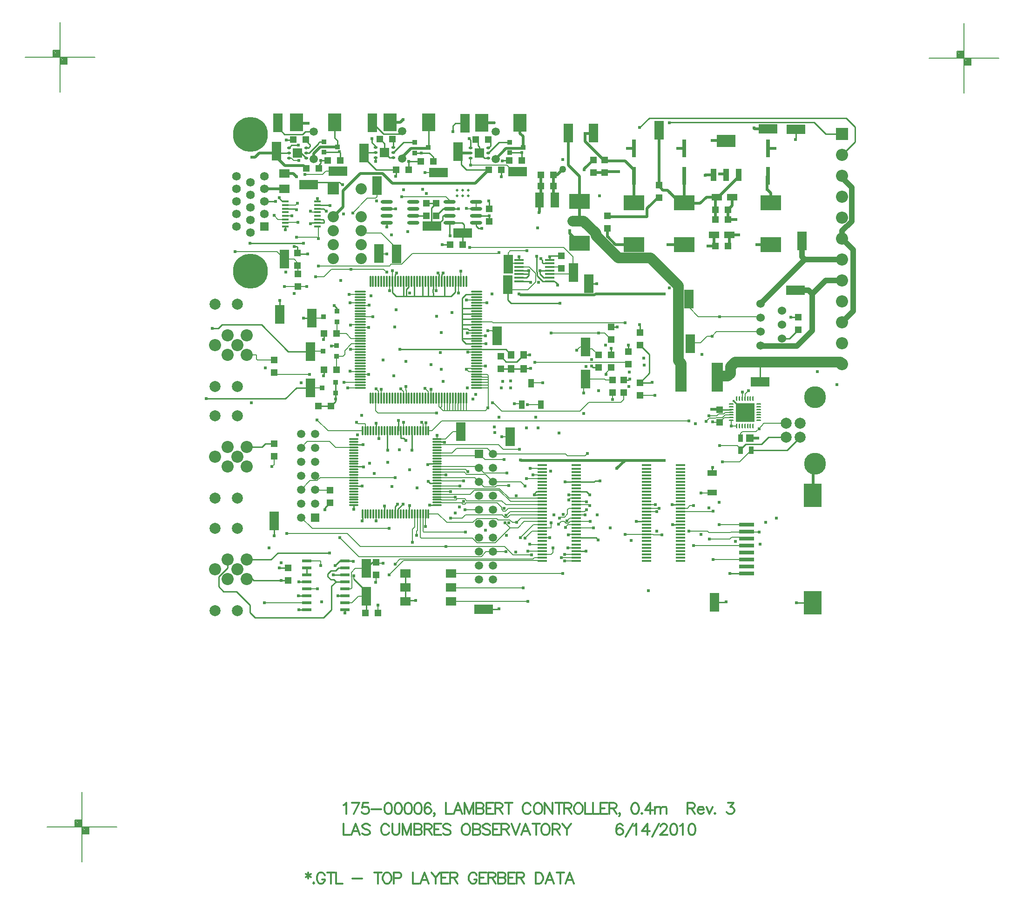
<source format=gtl>
%FSLAX23Y23*%
%MOIN*%
G70*
G01*
G75*
G04 Layer_Physical_Order=1*
G04 Layer_Color=255*
%ADD10R,0.037X0.035*%
%ADD11R,0.037X0.035*%
%ADD12R,0.050X0.050*%
%ADD13R,0.075X0.063*%
%ADD14R,0.070X0.135*%
%ADD15R,0.094X0.130*%
%ADD16O,0.028X0.018*%
%ADD17R,0.067X0.067*%
%ADD18R,0.079X0.209*%
%ADD19R,0.067X0.014*%
%ADD20R,0.050X0.015*%
%ADD21R,0.039X0.059*%
%ADD22R,0.035X0.053*%
%ADD23R,0.053X0.053*%
%ADD24O,0.087X0.024*%
%ADD25R,0.050X0.050*%
%ADD26R,0.135X0.070*%
%ADD27R,0.030X0.125*%
%ADD28R,0.078X0.048*%
%ADD29R,0.067X0.040*%
%ADD30R,0.065X0.012*%
%ADD31R,0.065X0.024*%
%ADD32R,0.063X0.106*%
%ADD33R,0.150X0.110*%
%ADD34R,0.125X0.170*%
%ADD35R,0.110X0.030*%
%ADD36O,0.083X0.012*%
%ADD37O,0.012X0.083*%
%ADD38R,0.138X0.085*%
%ADD39R,0.043X0.085*%
%ADD40R,0.043X0.085*%
%ADD41R,0.047X0.055*%
%ADD42O,0.012X0.071*%
%ADD43O,0.071X0.012*%
%ADD44R,0.075X0.059*%
%ADD45R,0.017X0.017*%
%ADD46R,0.134X0.134*%
%ADD47O,0.010X0.035*%
%ADD48O,0.035X0.010*%
%ADD49C,0.010*%
%ADD50C,0.075*%
%ADD51C,0.020*%
%ADD52C,0.040*%
%ADD53C,0.007*%
%ADD54C,0.005*%
%ADD55C,0.012*%
%ADD56C,0.008*%
%ADD57C,0.012*%
%ADD58C,0.012*%
%ADD59C,0.059*%
%ADD60C,0.080*%
%ADD61R,0.080X0.080*%
%ADD62C,0.060*%
%ADD63C,0.020*%
%ADD64R,0.059X0.059*%
%ADD65C,0.157*%
%ADD66C,0.079*%
%ADD67C,0.087*%
%ADD68R,0.087X0.087*%
%ADD69C,0.250*%
%ADD70R,0.062X0.062*%
%ADD71C,0.062*%
%ADD72C,0.030*%
%ADD73C,0.024*%
%ADD74C,0.028*%
%ADD75C,0.050*%
D10*
X21819Y14796D02*
D03*
X21720Y14833D02*
D03*
X20488Y14800D02*
D03*
X20390Y14837D02*
D03*
X20387Y13584D02*
D03*
X20485Y13547D02*
D03*
X21139Y14795D02*
D03*
X21040Y14832D02*
D03*
X20385Y13337D02*
D03*
X20483Y13300D02*
D03*
X20377Y13074D02*
D03*
X20475Y13037D02*
D03*
D11*
X21720Y14759D02*
D03*
X20390Y14763D02*
D03*
X20485Y13622D02*
D03*
X21040Y14757D02*
D03*
X20483Y13375D02*
D03*
X20475Y13112D02*
D03*
D12*
X20264Y14646D02*
D03*
X20354D02*
D03*
X21478Y14853D02*
D03*
X21568D02*
D03*
X21661Y14635D02*
D03*
X21571D02*
D03*
X20997Y14637D02*
D03*
X20907D02*
D03*
X20793Y14856D02*
D03*
X20883D02*
D03*
X20171Y14853D02*
D03*
X20261D02*
D03*
X21084Y14696D02*
D03*
X21174D02*
D03*
X20351Y12944D02*
D03*
X20441D02*
D03*
X20391Y13204D02*
D03*
X20481D02*
D03*
X20391Y13464D02*
D03*
X20481D02*
D03*
X23285Y14091D02*
D03*
X23195D02*
D03*
Y14351D02*
D03*
X23285D02*
D03*
X23195Y14281D02*
D03*
X23285D02*
D03*
X22035Y14521D02*
D03*
X21945D02*
D03*
X22035Y14601D02*
D03*
X21945D02*
D03*
X20689Y11458D02*
D03*
X20779D02*
D03*
X20418Y14702D02*
D03*
X20508D02*
D03*
X21717D02*
D03*
X21807D02*
D03*
X21384Y14098D02*
D03*
X21294D02*
D03*
D13*
X20107Y14608D02*
D03*
Y14498D02*
D03*
D14*
X20053Y14768D02*
D03*
X21726Y12723D02*
D03*
X21630Y13447D02*
D03*
X20296Y13074D02*
D03*
X20306Y13574D02*
D03*
X20296Y13334D02*
D03*
X22178Y13900D02*
D03*
X20786Y14036D02*
D03*
X20911Y14034D02*
D03*
X20035Y12119D02*
D03*
X22289Y13820D02*
D03*
X23187Y11537D02*
D03*
X23004Y13709D02*
D03*
X23015Y13388D02*
D03*
X20694Y11778D02*
D03*
X22140Y14901D02*
D03*
X22320D02*
D03*
X20694Y11578D02*
D03*
X22264Y13136D02*
D03*
Y13366D02*
D03*
X20061Y14973D02*
D03*
X20739Y14972D02*
D03*
X21400Y14969D02*
D03*
X21352Y14765D02*
D03*
X20107Y13995D02*
D03*
X21708Y13814D02*
D03*
X21710Y13960D02*
D03*
X21371Y12759D02*
D03*
X20679Y14757D02*
D03*
X20772Y14522D02*
D03*
X22790Y14921D02*
D03*
X23815Y14126D02*
D03*
X20075Y13601D02*
D03*
D15*
X21523Y14973D02*
D03*
X21796D02*
D03*
X20866Y14976D02*
D03*
X21140D02*
D03*
X20469Y14977D02*
D03*
X20196D02*
D03*
D16*
X20140Y14794D02*
D03*
Y14757D02*
D03*
Y14719D02*
D03*
X20266D02*
D03*
Y14757D02*
D03*
Y14794D02*
D03*
X20763Y14797D02*
D03*
Y14759D02*
D03*
Y14722D02*
D03*
X20889D02*
D03*
Y14759D02*
D03*
Y14797D02*
D03*
X21443Y14794D02*
D03*
Y14757D02*
D03*
Y14719D02*
D03*
X21569D02*
D03*
Y14757D02*
D03*
Y14794D02*
D03*
D17*
X20203Y14757D02*
D03*
X20826Y14759D02*
D03*
X21506Y14757D02*
D03*
D18*
X22947Y13151D02*
D03*
X23207D02*
D03*
D19*
X21954Y12518D02*
D03*
Y12494D02*
D03*
Y12471D02*
D03*
Y12447D02*
D03*
Y12423D02*
D03*
Y12400D02*
D03*
Y12376D02*
D03*
Y12353D02*
D03*
Y12329D02*
D03*
Y12305D02*
D03*
Y12282D02*
D03*
Y12258D02*
D03*
Y12235D02*
D03*
Y12211D02*
D03*
Y12187D02*
D03*
Y12164D02*
D03*
Y12140D02*
D03*
Y12116D02*
D03*
Y12093D02*
D03*
Y12069D02*
D03*
Y12046D02*
D03*
Y12022D02*
D03*
Y11998D02*
D03*
Y11975D02*
D03*
Y11951D02*
D03*
Y11927D02*
D03*
Y11904D02*
D03*
Y11880D02*
D03*
Y11857D02*
D03*
Y11833D02*
D03*
X22198D02*
D03*
Y11857D02*
D03*
Y11880D02*
D03*
Y11904D02*
D03*
Y11927D02*
D03*
Y11951D02*
D03*
Y11975D02*
D03*
Y11998D02*
D03*
Y12022D02*
D03*
Y12046D02*
D03*
Y12069D02*
D03*
Y12093D02*
D03*
Y12116D02*
D03*
Y12140D02*
D03*
Y12164D02*
D03*
Y12187D02*
D03*
Y12211D02*
D03*
Y12235D02*
D03*
Y12258D02*
D03*
Y12282D02*
D03*
Y12305D02*
D03*
Y12329D02*
D03*
Y12353D02*
D03*
Y12376D02*
D03*
Y12400D02*
D03*
Y12423D02*
D03*
Y12447D02*
D03*
Y12471D02*
D03*
Y12494D02*
D03*
Y12518D02*
D03*
X22702Y11833D02*
D03*
X22946Y12518D02*
D03*
Y12494D02*
D03*
Y12471D02*
D03*
Y12447D02*
D03*
Y12423D02*
D03*
Y12400D02*
D03*
Y12376D02*
D03*
Y12353D02*
D03*
Y12329D02*
D03*
Y12305D02*
D03*
Y12282D02*
D03*
Y12258D02*
D03*
Y12235D02*
D03*
Y12211D02*
D03*
Y12187D02*
D03*
Y12164D02*
D03*
Y12140D02*
D03*
Y12116D02*
D03*
Y12093D02*
D03*
Y12069D02*
D03*
Y12046D02*
D03*
Y12022D02*
D03*
Y11998D02*
D03*
Y11975D02*
D03*
Y11951D02*
D03*
Y11927D02*
D03*
Y11904D02*
D03*
Y11880D02*
D03*
Y11857D02*
D03*
Y11833D02*
D03*
X22702Y11857D02*
D03*
Y11880D02*
D03*
Y11904D02*
D03*
Y11927D02*
D03*
Y11951D02*
D03*
Y11975D02*
D03*
Y11998D02*
D03*
Y12022D02*
D03*
Y12046D02*
D03*
Y12069D02*
D03*
Y12093D02*
D03*
Y12116D02*
D03*
Y12140D02*
D03*
Y12164D02*
D03*
Y12187D02*
D03*
Y12211D02*
D03*
Y12235D02*
D03*
Y12258D02*
D03*
Y12282D02*
D03*
Y12305D02*
D03*
Y12329D02*
D03*
Y12353D02*
D03*
Y12376D02*
D03*
Y12400D02*
D03*
Y12423D02*
D03*
Y12447D02*
D03*
Y12471D02*
D03*
Y12494D02*
D03*
Y12518D02*
D03*
D20*
X20114Y14408D02*
D03*
Y14383D02*
D03*
Y14357D02*
D03*
Y14332D02*
D03*
Y14306D02*
D03*
Y14281D02*
D03*
Y14255D02*
D03*
Y14229D02*
D03*
X20344Y14408D02*
D03*
Y14383D02*
D03*
Y14357D02*
D03*
Y14332D02*
D03*
Y14306D02*
D03*
Y14281D02*
D03*
Y14255D02*
D03*
Y14229D02*
D03*
D21*
X21945Y12954D02*
D03*
X21876Y13107D02*
D03*
X21807Y12954D02*
D03*
D22*
X23376Y12714D02*
D03*
Y12627D02*
D03*
X23451D02*
D03*
D23*
X23443Y12714D02*
D03*
D24*
X21030Y14257D02*
D03*
Y14307D02*
D03*
Y14357D02*
D03*
Y14407D02*
D03*
X20841Y14257D02*
D03*
Y14307D02*
D03*
Y14357D02*
D03*
Y14407D02*
D03*
X21480Y14257D02*
D03*
Y14307D02*
D03*
Y14357D02*
D03*
Y14407D02*
D03*
X21291Y14257D02*
D03*
Y14307D02*
D03*
Y14357D02*
D03*
Y14407D02*
D03*
D25*
X21576Y14357D02*
D03*
Y14267D02*
D03*
X21196Y14307D02*
D03*
Y14397D02*
D03*
X21126D02*
D03*
Y14307D02*
D03*
X22420Y14306D02*
D03*
Y14216D02*
D03*
X23789Y13580D02*
D03*
Y13490D02*
D03*
X20034Y13183D02*
D03*
Y13273D02*
D03*
X22320Y14616D02*
D03*
Y14706D02*
D03*
X20764Y11823D02*
D03*
Y11733D02*
D03*
X22458Y13128D02*
D03*
Y13038D02*
D03*
X23226Y12917D02*
D03*
Y12827D02*
D03*
X22790Y14436D02*
D03*
Y14526D02*
D03*
X22400Y14706D02*
D03*
Y14616D02*
D03*
X20205Y13800D02*
D03*
Y13890D02*
D03*
X22448Y13308D02*
D03*
Y13218D02*
D03*
X22538Y13038D02*
D03*
Y13128D02*
D03*
X22654Y13381D02*
D03*
Y13471D02*
D03*
X22570Y13243D02*
D03*
Y13333D02*
D03*
X22358Y13218D02*
D03*
Y13308D02*
D03*
X22654Y13111D02*
D03*
Y13021D02*
D03*
X20203Y14040D02*
D03*
Y13950D02*
D03*
X21658Y13208D02*
D03*
Y13298D02*
D03*
X22448Y13418D02*
D03*
Y13508D02*
D03*
X20034Y12583D02*
D03*
Y12673D02*
D03*
X20134Y11783D02*
D03*
Y11693D02*
D03*
X20435Y12249D02*
D03*
Y12339D02*
D03*
X22091Y14019D02*
D03*
Y13929D02*
D03*
D26*
X21386Y14182D02*
D03*
X21166Y14232D02*
D03*
X23773Y14927D02*
D03*
X23769Y13774D02*
D03*
X23514Y13115D02*
D03*
X20490Y14627D02*
D03*
X21212Y14617D02*
D03*
X21778Y14623D02*
D03*
X23570Y14931D02*
D03*
X20282Y14528D02*
D03*
X21536Y11487D02*
D03*
D27*
X22970Y14593D02*
D03*
Y14789D02*
D03*
X22610Y14593D02*
D03*
Y14789D02*
D03*
X23570Y14593D02*
D03*
Y14789D02*
D03*
D28*
X23295Y14171D02*
D03*
X23185D02*
D03*
X23205Y14441D02*
D03*
X23315D02*
D03*
D29*
X23173Y12464D02*
D03*
Y12322D02*
D03*
D30*
X21789Y13990D02*
D03*
Y13965D02*
D03*
Y13939D02*
D03*
Y13913D02*
D03*
Y13888D02*
D03*
Y13862D02*
D03*
Y13837D02*
D03*
X22007Y13990D02*
D03*
Y13965D02*
D03*
Y13939D02*
D03*
Y13913D02*
D03*
Y13888D02*
D03*
Y13862D02*
D03*
Y13837D02*
D03*
D31*
X20541Y11483D02*
D03*
Y11533D02*
D03*
Y11583D02*
D03*
Y11633D02*
D03*
Y11683D02*
D03*
Y11733D02*
D03*
Y11783D02*
D03*
Y11833D02*
D03*
X20267Y11483D02*
D03*
Y11533D02*
D03*
Y11583D02*
D03*
Y11633D02*
D03*
Y11683D02*
D03*
Y11733D02*
D03*
Y11783D02*
D03*
Y11833D02*
D03*
D32*
X21935Y14421D02*
D03*
X22045D02*
D03*
D33*
X22220Y14411D02*
D03*
Y14111D02*
D03*
X23590Y14401D02*
D03*
Y14101D02*
D03*
X22970Y14401D02*
D03*
Y14101D02*
D03*
X22610Y14401D02*
D03*
Y14101D02*
D03*
D34*
X23892Y11533D02*
D03*
Y12303D02*
D03*
D35*
X23417Y11743D02*
D03*
Y11793D02*
D03*
Y11843D02*
D03*
Y11893D02*
D03*
Y11943D02*
D03*
Y11993D02*
D03*
Y12043D02*
D03*
Y12093D02*
D03*
D36*
X21485Y13762D02*
D03*
Y13742D02*
D03*
Y13723D02*
D03*
Y13703D02*
D03*
Y13683D02*
D03*
Y13664D02*
D03*
Y13644D02*
D03*
Y13624D02*
D03*
Y13604D02*
D03*
Y13585D02*
D03*
Y13565D02*
D03*
Y13545D02*
D03*
Y13526D02*
D03*
Y13506D02*
D03*
Y13486D02*
D03*
Y13467D02*
D03*
Y13447D02*
D03*
Y13427D02*
D03*
Y13408D02*
D03*
Y13388D02*
D03*
Y13368D02*
D03*
Y13349D02*
D03*
Y13329D02*
D03*
Y13309D02*
D03*
Y13290D02*
D03*
Y13270D02*
D03*
Y13250D02*
D03*
Y13230D02*
D03*
Y13211D02*
D03*
Y13191D02*
D03*
Y13171D02*
D03*
Y13152D02*
D03*
Y13132D02*
D03*
Y13112D02*
D03*
Y13093D02*
D03*
Y13073D02*
D03*
X20651D02*
D03*
Y13093D02*
D03*
Y13112D02*
D03*
Y13132D02*
D03*
Y13152D02*
D03*
Y13171D02*
D03*
Y13191D02*
D03*
Y13211D02*
D03*
Y13230D02*
D03*
Y13250D02*
D03*
Y13270D02*
D03*
Y13290D02*
D03*
Y13309D02*
D03*
Y13329D02*
D03*
Y13349D02*
D03*
Y13368D02*
D03*
Y13388D02*
D03*
Y13408D02*
D03*
Y13427D02*
D03*
Y13447D02*
D03*
Y13467D02*
D03*
Y13486D02*
D03*
Y13506D02*
D03*
Y13526D02*
D03*
Y13545D02*
D03*
Y13565D02*
D03*
Y13585D02*
D03*
Y13604D02*
D03*
Y13624D02*
D03*
Y13644D02*
D03*
Y13664D02*
D03*
Y13683D02*
D03*
Y13703D02*
D03*
Y13723D02*
D03*
Y13742D02*
D03*
Y13762D02*
D03*
D37*
X21413Y13000D02*
D03*
X21393D02*
D03*
X21373D02*
D03*
X21354D02*
D03*
X21334D02*
D03*
X21314D02*
D03*
X21294D02*
D03*
X21275D02*
D03*
X21255D02*
D03*
X21235D02*
D03*
X21216D02*
D03*
X21196D02*
D03*
X21176D02*
D03*
X21157D02*
D03*
X21137D02*
D03*
X21117D02*
D03*
X21098D02*
D03*
X21078D02*
D03*
X21058D02*
D03*
X21039D02*
D03*
X21019D02*
D03*
X20999D02*
D03*
X20980D02*
D03*
X20960D02*
D03*
X20940D02*
D03*
X20920D02*
D03*
X20901D02*
D03*
X20881D02*
D03*
X20861D02*
D03*
X20842D02*
D03*
X20822D02*
D03*
X20802D02*
D03*
X20783D02*
D03*
X20763D02*
D03*
X20743D02*
D03*
X20724D02*
D03*
Y13835D02*
D03*
X20743D02*
D03*
X20763D02*
D03*
X20783D02*
D03*
X20802D02*
D03*
X20822D02*
D03*
X20842D02*
D03*
X20861D02*
D03*
X20881D02*
D03*
X20901D02*
D03*
X20920D02*
D03*
X20940D02*
D03*
X20960D02*
D03*
X20980D02*
D03*
X20999D02*
D03*
X21019D02*
D03*
X21039D02*
D03*
X21058D02*
D03*
X21078D02*
D03*
X21098D02*
D03*
X21117D02*
D03*
X21137D02*
D03*
X21157D02*
D03*
X21176D02*
D03*
X21196D02*
D03*
X21216D02*
D03*
X21235D02*
D03*
X21255D02*
D03*
X21275D02*
D03*
X21294D02*
D03*
X21314D02*
D03*
X21334D02*
D03*
X21354D02*
D03*
X21373D02*
D03*
X21393D02*
D03*
X21413D02*
D03*
D38*
X23270Y14844D02*
D03*
D39*
X23361Y14599D02*
D03*
X23180D02*
D03*
D40*
X23270D02*
D03*
D41*
X21822Y13311D02*
D03*
X21732D02*
D03*
Y13211D02*
D03*
X21822D02*
D03*
D42*
X20667Y12766D02*
D03*
X20687D02*
D03*
X20706D02*
D03*
X20726D02*
D03*
X20746D02*
D03*
X20765D02*
D03*
X20785D02*
D03*
X20805D02*
D03*
X20824D02*
D03*
X20844D02*
D03*
X20864D02*
D03*
X20883D02*
D03*
X20903D02*
D03*
X20923D02*
D03*
X20942D02*
D03*
X20962D02*
D03*
X20982D02*
D03*
X21002D02*
D03*
X21021D02*
D03*
X21041D02*
D03*
X21061D02*
D03*
X21080D02*
D03*
X21100D02*
D03*
X21120D02*
D03*
X21139D02*
D03*
Y12171D02*
D03*
X21120D02*
D03*
X21100D02*
D03*
X21080D02*
D03*
X21061D02*
D03*
X21041D02*
D03*
X21021D02*
D03*
X21002D02*
D03*
X20982D02*
D03*
X20962D02*
D03*
X20942D02*
D03*
X20923D02*
D03*
X20903D02*
D03*
X20883D02*
D03*
X20864D02*
D03*
X20844D02*
D03*
X20824D02*
D03*
X20805D02*
D03*
X20785D02*
D03*
X20765D02*
D03*
X20746D02*
D03*
X20726D02*
D03*
X20706D02*
D03*
X20687D02*
D03*
X20667D02*
D03*
D43*
X21200Y12705D02*
D03*
Y12685D02*
D03*
Y12665D02*
D03*
Y12646D02*
D03*
Y12626D02*
D03*
Y12606D02*
D03*
Y12587D02*
D03*
Y12567D02*
D03*
Y12547D02*
D03*
Y12528D02*
D03*
Y12508D02*
D03*
Y12488D02*
D03*
Y12468D02*
D03*
Y12449D02*
D03*
Y12429D02*
D03*
Y12409D02*
D03*
Y12390D02*
D03*
Y12370D02*
D03*
Y12350D02*
D03*
Y12331D02*
D03*
Y12311D02*
D03*
Y12291D02*
D03*
Y12272D02*
D03*
Y12252D02*
D03*
Y12232D02*
D03*
X20606D02*
D03*
Y12252D02*
D03*
Y12272D02*
D03*
Y12291D02*
D03*
Y12311D02*
D03*
Y12331D02*
D03*
Y12350D02*
D03*
Y12370D02*
D03*
Y12390D02*
D03*
Y12409D02*
D03*
Y12429D02*
D03*
Y12449D02*
D03*
Y12468D02*
D03*
Y12488D02*
D03*
Y12508D02*
D03*
Y12528D02*
D03*
Y12547D02*
D03*
Y12567D02*
D03*
Y12587D02*
D03*
Y12606D02*
D03*
Y12626D02*
D03*
Y12646D02*
D03*
Y12665D02*
D03*
Y12685D02*
D03*
Y12705D02*
D03*
D44*
X21301Y11543D02*
D03*
Y11643D02*
D03*
Y11743D02*
D03*
X20974Y11543D02*
D03*
Y11643D02*
D03*
Y11743D02*
D03*
D45*
X23324Y12980D02*
D03*
D46*
X23407Y12897D02*
D03*
D47*
X23348Y12996D02*
D03*
X23368D02*
D03*
X23387D02*
D03*
X23407D02*
D03*
X23427D02*
D03*
X23446D02*
D03*
X23466D02*
D03*
Y12799D02*
D03*
X23446D02*
D03*
X23427D02*
D03*
X23407D02*
D03*
X23387D02*
D03*
X23368D02*
D03*
X23348D02*
D03*
D48*
X23506Y12957D02*
D03*
Y12937D02*
D03*
Y12917D02*
D03*
Y12897D02*
D03*
Y12878D02*
D03*
Y12858D02*
D03*
Y12838D02*
D03*
X23309D02*
D03*
Y12858D02*
D03*
Y12878D02*
D03*
Y12897D02*
D03*
Y12917D02*
D03*
Y12937D02*
D03*
Y12957D02*
D03*
D49*
X23511Y13258D02*
X23514Y13256D01*
Y13115D02*
Y13256D01*
X21332Y14969D02*
X21400D01*
X21314Y14951D02*
X21332Y14969D01*
X21314Y14910D02*
Y14951D01*
X21620Y14910D02*
X21620D01*
X21661Y14587D02*
X21663Y14585D01*
X21661Y14587D02*
Y14635D01*
X21668Y14701D02*
X21668Y14702D01*
X21717D01*
X21432Y14861D02*
X21443Y14851D01*
Y14794D02*
Y14851D01*
X21720Y14759D02*
X21721Y14758D01*
X21807D01*
X21807Y14758D02*
X21807Y14758D01*
X21807Y14702D02*
Y14758D01*
X21376Y14672D02*
Y14765D01*
Y14672D02*
X21413Y14635D01*
X21571D01*
X21506Y14757D02*
Y14801D01*
X21496Y14810D02*
X21506Y14801D01*
X21496Y14810D02*
Y14851D01*
X21506Y14757D02*
X21543Y14719D01*
X21569D01*
X21586Y14809D02*
Y14851D01*
X21572Y14794D02*
X21586Y14809D01*
X21569Y14794D02*
X21572D01*
X21646Y14833D02*
X21720D01*
X21569Y14757D02*
X21646Y14833D01*
X21088Y14757D02*
X21144D01*
X21174Y14728D01*
Y14696D02*
Y14728D01*
X20997Y14637D02*
X20997Y14637D01*
Y14696D01*
X20997Y14696D01*
X21084D01*
X20962Y14832D02*
X21040D01*
X20889Y14759D02*
X20962Y14832D01*
X21139Y14795D02*
X21140Y14796D01*
Y14976D01*
X21088Y14757D02*
X21088Y14757D01*
X21040Y14757D02*
X21088D01*
X20826Y14759D02*
Y14824D01*
X20797Y14854D02*
X20826Y14824D01*
X20934Y14894D02*
X20952Y14913D01*
X20817Y14894D02*
X20934D01*
X20739Y14972D02*
X20817Y14894D01*
X20763Y14696D02*
X20763Y14695D01*
X20763Y14696D02*
Y14722D01*
X20764Y14637D02*
X20907D01*
X20679Y14722D02*
X20764Y14637D01*
X20679Y14722D02*
Y14757D01*
X20682Y14759D02*
X20763D01*
X20906Y14591D02*
X20907Y14592D01*
Y14637D01*
X20734Y14833D02*
Y14860D01*
Y14833D02*
X20763Y14804D01*
Y14797D02*
Y14804D01*
X20826Y14759D02*
X20863Y14722D01*
X20889D01*
X20887Y14854D02*
X20889Y14851D01*
Y14797D02*
Y14851D01*
X20368Y14682D02*
Y14702D01*
X20354Y14668D02*
X20368Y14682D01*
X20354Y14646D02*
Y14668D01*
X20368Y14702D02*
X20418D01*
X20508D02*
Y14759D01*
X20502Y14765D02*
X20508Y14759D01*
X20500Y14763D02*
X20502Y14765D01*
X20390Y14763D02*
X20500D01*
X20203Y14757D02*
X20228D01*
X20266Y14719D01*
X20157Y14812D02*
X20207D01*
X20140Y14794D02*
X20157Y14812D01*
X20120Y14851D02*
X20166D01*
X20069Y14757D02*
X20140D01*
X20061Y14938D02*
Y14973D01*
Y14938D02*
X20108Y14891D01*
X20238D01*
X20258Y14910D01*
X20317D01*
X20469Y14864D02*
Y14977D01*
Y14864D02*
X20488Y14845D01*
Y14800D02*
Y14845D01*
X20285Y14757D02*
X20352Y14824D01*
X20362Y14837D02*
X20390D01*
X20352Y14828D02*
X20362Y14837D01*
X20352Y14824D02*
Y14828D01*
X20266Y14757D02*
X20285D01*
X20266Y14794D02*
X20280D01*
X20291Y14806D01*
Y14816D01*
X20256Y14851D02*
X20291Y14816D01*
X24130Y15007D02*
X24195Y14942D01*
Y14836D02*
Y14942D01*
X24102Y14743D02*
X24195Y14836D01*
X23984Y14893D02*
X24102D01*
X23800Y12719D02*
X23801D01*
X23708Y12627D02*
X23800Y12719D01*
X23451Y12627D02*
X23708D01*
X23575Y12719D02*
X23702D01*
X19634Y13498D02*
X19661Y13525D01*
X19944D01*
X20135Y13334D01*
X19700Y11782D02*
Y11842D01*
X19637Y11719D02*
X19700Y11782D01*
X19637Y11650D02*
Y11719D01*
Y11650D02*
X19673Y11614D01*
X19765D01*
X19863Y11516D01*
Y11462D02*
Y11516D01*
Y11462D02*
X19899Y11426D01*
X20042Y14409D02*
X20044Y14411D01*
X20901Y13886D02*
X20912Y13897D01*
X20901Y13835D02*
Y13886D01*
X21381Y13497D02*
Y13715D01*
X21383Y13644D02*
X21485D01*
X21383Y13604D02*
X21485D01*
X21383Y13565D02*
X21485D01*
X21382Y13526D02*
X21485D01*
X21381Y13497D02*
X21419D01*
X21381Y13415D02*
Y13497D01*
X21419D02*
X21430Y13486D01*
X21485D01*
X21382Y13427D02*
X21485D01*
X21409Y13388D02*
X21485D01*
X21381Y13415D02*
X21409Y13388D01*
X21381Y13715D02*
X21408Y13742D01*
X21485D01*
X21038Y13728D02*
X21302D01*
X21255Y13728D02*
Y13835D01*
X21176Y13781D02*
Y13835D01*
X21173Y13757D02*
X21176Y13754D01*
X21173Y13757D02*
Y13778D01*
X21176Y13781D01*
Y13732D02*
Y13754D01*
X21137Y13730D02*
Y13835D01*
X21098Y13730D02*
Y13835D01*
X21038Y13728D02*
X21039Y13729D01*
X20982Y13728D02*
X21038D01*
X21039Y13729D02*
Y13835D01*
X20982Y13728D02*
Y13778D01*
X20909Y13728D02*
X20982D01*
Y13778D02*
X20999Y13795D01*
Y13835D01*
X20960Y13730D02*
Y13835D01*
X20881D02*
X20881Y13835D01*
Y13756D02*
Y13835D01*
Y13756D02*
X20909Y13728D01*
X21302D02*
X21333Y13759D01*
Y13834D01*
X21334Y13835D01*
X20289Y14510D02*
X20326Y14547D01*
X20501D01*
X20520Y14528D01*
X20526D01*
X20114Y14206D02*
Y14229D01*
X20185Y14357D02*
X20194Y14348D01*
X20114Y14357D02*
X20185D01*
X20076Y14427D02*
X20095Y14408D01*
X20114D01*
X20344Y14430D02*
X20344Y14430D01*
Y14408D02*
Y14430D01*
Y14255D02*
X20390D01*
X20392Y14257D01*
Y14273D01*
X20385Y14281D02*
X20392Y14273D01*
X20344Y14281D02*
X20385D01*
X20301Y14255D02*
X20344D01*
X20294Y14248D02*
X20301Y14255D01*
X20344Y14357D02*
X20388D01*
X20407Y14338D01*
X20344Y14383D02*
X20430D01*
X20434Y14378D01*
X21208Y13897D02*
X21216Y13890D01*
Y13835D02*
Y13890D01*
X21235Y13886D02*
X21245Y13895D01*
X21235Y13835D02*
Y13886D01*
X20419Y11721D02*
Y11741D01*
Y11721D02*
X20443Y11698D01*
X20463D02*
X20477Y11683D01*
X20443Y11698D02*
X20463D01*
X20495Y11783D02*
X20541D01*
X20476Y11764D02*
X20495Y11783D01*
X20442Y11764D02*
X20476D01*
X20419Y11741D02*
X20442Y11764D01*
X20267Y11733D02*
Y11783D01*
X20458Y11733D02*
X20541D01*
X20060Y11888D02*
X20431D01*
X20013Y11842D02*
X20060Y11888D01*
X19879Y11842D02*
X20013D01*
X19879Y11703D02*
X19888Y11693D01*
X20086D01*
X20134D01*
X20472Y11800D02*
X20505Y11833D01*
X20541D01*
X20209Y11582D02*
X20210Y11583D01*
X20267D01*
X20491D02*
X20541D01*
Y11460D02*
X20542Y11458D01*
X20541Y11460D02*
Y11483D01*
X20210D02*
X20267D01*
X20446Y11652D02*
X20477Y11683D01*
X20446Y11483D02*
Y11652D01*
X20605Y11702D02*
Y11706D01*
Y11702D02*
X20694Y11613D01*
X19593Y13498D02*
X19634D01*
X20135Y13334D02*
X20296D01*
X19973Y12673D02*
X20034D01*
X19947Y12648D02*
X19973Y12673D01*
X19879Y12648D02*
X19947D01*
X19736Y11838D02*
X19739Y11842D01*
X22267Y11904D02*
X22268Y11904D01*
X22198Y11904D02*
X22267D01*
X21708Y13702D02*
X21730Y13680D01*
X22082D01*
X22117Y12399D02*
X22118Y12400D01*
X22198D01*
X22884Y12235D02*
X22946D01*
X22888Y12093D02*
X22946D01*
X20942Y12713D02*
X20942Y12714D01*
Y12766D01*
X20672Y12665D02*
X20672Y12665D01*
X20606Y12665D02*
X20672D01*
X20674Y12508D02*
X20675Y12506D01*
X20606Y12508D02*
X20674D01*
X20665Y12370D02*
X20665Y12370D01*
X20606Y12370D02*
X20665D01*
X20824Y12226D02*
X20825Y12226D01*
X20824Y12171D02*
Y12226D01*
X21149Y12232D02*
X21149Y12232D01*
X21200D01*
X21136Y12524D02*
X21139Y12528D01*
X21200D01*
X20923Y12766D02*
X20924Y12767D01*
Y12839D01*
X20936Y13349D02*
X20937Y13349D01*
X21412D01*
X21413Y13350D01*
X21484D01*
X21485Y13349D01*
X21695D01*
X21732Y13311D01*
X21823Y13212D02*
X21872D01*
X21822Y13211D02*
X21823Y13212D01*
X21732Y13211D02*
X21822D01*
X21658Y13298D02*
X21695Y13261D01*
X21822Y13311D02*
X21864D01*
X21772Y13261D02*
X21822Y13311D01*
X21695Y13261D02*
X21772D01*
X21658Y13208D02*
X21661Y13211D01*
X21732D01*
X22627Y12116D02*
X22627Y12116D01*
X22702D01*
X22356Y11984D02*
X22356D01*
X22342Y11998D02*
X22356Y11984D01*
X22198Y11998D02*
X22342D01*
X22327Y12400D02*
X22332Y12405D01*
X22198Y12400D02*
X22327D01*
X22332Y12405D02*
X22369D01*
X22273Y12329D02*
X22296Y12305D01*
X22198Y12329D02*
X22273D01*
X21237Y14099D02*
X21238Y14098D01*
X21294D01*
X21386Y14100D02*
Y14182D01*
X22448Y13308D02*
Y13357D01*
X22654Y13111D02*
X22722Y13179D01*
Y13313D01*
X22654Y13381D02*
X22722Y13313D01*
X21196Y14307D02*
X21201Y14312D01*
X21196Y14307D02*
X21246Y14357D01*
X21291D01*
X21396Y14182D02*
Y14242D01*
X21291Y14167D02*
Y14257D01*
Y14167D02*
X21296Y14162D01*
X21576Y14357D02*
Y14407D01*
X21571Y14412D02*
X21576Y14407D01*
X21497Y14217D02*
X21521D01*
X21480Y14234D02*
X21497Y14217D01*
X21480Y14234D02*
Y14257D01*
X21291Y14357D02*
X21356D01*
X21196Y14232D02*
X21241Y14277D01*
Y14302D01*
X21246Y14307D01*
X21291D01*
X21381Y14257D02*
X21396Y14242D01*
X21291Y14257D02*
X21381D01*
X20841Y14227D02*
X20841Y14228D01*
Y14257D01*
X21161Y14237D02*
Y14362D01*
X21196Y14397D01*
X21126D02*
X21196D01*
X21030Y14307D02*
X21126D01*
X20541Y11833D02*
X20598D01*
X20600Y11831D01*
X20214Y11683D02*
X20267D01*
X20213Y11682D02*
X20214Y11683D01*
X20031Y12677D02*
X20034Y12673D01*
X19899Y11426D02*
X20389D01*
X20446Y11483D01*
X20477Y11683D02*
X20541D01*
X20694Y11578D02*
Y11613D01*
Y11463D02*
Y11578D01*
X20689Y11458D02*
X20694Y11463D01*
X20739Y11823D02*
X20764D01*
X20694Y11778D02*
X20739Y11823D01*
X23671Y13426D02*
X23725D01*
X23789Y13490D01*
X23736Y13580D02*
X23789D01*
X23734Y13578D02*
X23736Y13580D01*
X21897Y12305D02*
X21897Y12305D01*
X21913Y12329D02*
X21954D01*
X21897Y12314D02*
X21913Y12329D01*
X21897Y12305D02*
X21954D01*
X23774Y11533D02*
X23877D01*
X23187Y11537D02*
X23267D01*
X23270Y11540D01*
X23299Y11743D02*
X23391D01*
X23392Y11742D01*
X23526Y12670D02*
X23575Y12719D01*
X23413Y12670D02*
X23526D01*
X23376Y12633D02*
X23413Y12670D01*
X23376Y12627D02*
Y12633D01*
X23226Y12917D02*
X23309D01*
X21536Y11487D02*
X21643D01*
X21644Y11488D01*
X20035Y12014D02*
Y12119D01*
X20034Y12013D02*
X20035Y12014D01*
X20399Y12213D02*
X20435Y12249D01*
X20399Y12198D02*
Y12213D01*
X20391Y13160D02*
Y13204D01*
X20389Y13158D02*
X20391Y13160D01*
X20475Y13037D02*
Y13112D01*
X20474Y13036D02*
X20475Y13037D01*
X20474Y12993D02*
Y13036D01*
Y12977D02*
Y12993D01*
X20441Y12944D02*
X20474Y12977D01*
X20351Y12944D02*
X20441D01*
X20446Y13375D02*
X20483D01*
X20444Y13373D02*
X20446Y13375D01*
X20391Y13420D02*
Y13464D01*
X20389Y13418D02*
X20391Y13420D01*
X20485Y13622D02*
Y13642D01*
X20464Y13663D02*
X20485Y13642D01*
X20075Y13601D02*
Y13698D01*
X20074Y13698D02*
X20075Y13698D01*
X23173Y12464D02*
Y12502D01*
X23174Y12503D01*
X21200Y12685D02*
X21253D01*
X21254Y12683D01*
X20765Y12766D02*
Y12817D01*
X20764Y12818D02*
X20765Y12817D01*
X21153Y12390D02*
X21200D01*
X21139Y12403D02*
X21153Y12390D01*
X21002Y12171D02*
Y12226D01*
X21004Y12228D01*
X20903Y12171D02*
Y12222D01*
X20919Y12238D01*
X20667Y12121D02*
Y12171D01*
X20664Y12118D02*
X20667Y12121D01*
X22289Y13820D02*
X22342D01*
X22344Y13818D01*
X22007Y13990D02*
Y14012D01*
X21965Y13862D02*
X22007D01*
X21939Y13888D02*
X21965Y13862D01*
X21939Y13888D02*
Y13913D01*
X22007D01*
X21789Y13862D02*
X21843D01*
X21859Y13878D01*
X21859Y13913D02*
X21859Y13913D01*
X21789Y13913D02*
X21859D01*
X21789Y13888D02*
X21859D01*
X21859Y13878D02*
Y13888D01*
Y13913D01*
X21859Y13888D02*
X21859Y13888D01*
X21789Y13990D02*
Y14013D01*
X23773Y14857D02*
Y14927D01*
X23769Y14853D02*
X23773Y14857D01*
X20923Y12171D02*
Y12206D01*
X20958Y12241D01*
X20606Y12205D02*
Y12232D01*
X20605Y12204D02*
X20606Y12205D01*
X22318Y13218D02*
X22358D01*
X22307Y13229D02*
X22318Y13218D01*
X22538Y13128D02*
X22573D01*
X22580Y13135D01*
X22654Y13111D02*
X22739D01*
X22740Y13112D01*
X22570Y13333D02*
X22573Y13336D01*
Y13380D01*
X22448Y13508D02*
X22491D01*
X22654Y13471D02*
Y13526D01*
X22653Y13527D02*
X22654Y13526D01*
X22653Y14938D02*
X22722Y15007D01*
X24130D01*
X22866Y14974D02*
X22867Y14975D01*
X23902D01*
X23984Y14893D01*
X21575Y14306D02*
Y14307D01*
Y14306D02*
X21576Y14306D01*
Y14267D02*
Y14306D01*
X21480Y14307D02*
X21575D01*
X20841Y14357D02*
X20903D01*
X20904Y14356D01*
X19965Y14409D02*
X20042D01*
X19964Y14411D02*
X19965Y14409D01*
X19547Y12995D02*
X20115D01*
X20194Y13074D01*
X20296D01*
Y13334D02*
X20299Y13337D01*
X19861Y14110D02*
X20245D01*
X20244Y13572D02*
X20307D01*
X20309Y13574D01*
X21708Y13702D02*
Y13777D01*
X21789Y13837D02*
X21864D01*
X20178Y14085D02*
X20197D01*
X20203Y14079D01*
Y14040D02*
Y14079D01*
Y14040D02*
X20209Y14034D01*
X20275D01*
X21957Y13837D02*
X22007D01*
X21919Y13875D02*
X21957Y13837D01*
X21919Y13875D02*
Y13901D01*
X21914Y13905D02*
X21919Y13901D01*
X21914Y13905D02*
Y14017D01*
X22007Y13837D02*
X22044D01*
X22045Y13836D01*
Y13834D02*
Y13836D01*
Y13834D02*
X22050Y13829D01*
X22052D01*
X22066Y13815D01*
Y13811D02*
Y13815D01*
X21944Y13999D02*
X21956Y13987D01*
Y13969D02*
Y13987D01*
Y13969D02*
X21961Y13965D01*
X22007D01*
X20974Y11543D02*
X20979Y11548D01*
X21047D01*
X20974Y11543D02*
Y11743D01*
X21021Y12626D02*
Y12766D01*
X21021Y12766D01*
X20844Y12631D02*
X20847Y12627D01*
X20844Y12631D02*
Y12766D01*
X20942Y12713D02*
X20960D01*
X20977Y12696D01*
X23324Y12980D02*
X23407Y12897D01*
X20070Y11783D02*
X20134D01*
X22007Y14012D02*
X22015Y14019D01*
X22091D01*
D50*
X23511Y13258D02*
X24087D01*
X23334D02*
X23511D01*
X22170Y14271D02*
X22249D01*
X22337Y14184D01*
Y14167D02*
Y14184D01*
Y14167D02*
X22499Y14005D01*
X22727D02*
X22928Y13805D01*
X22499Y14005D02*
X22727D01*
X22928Y13271D02*
Y13805D01*
Y13271D02*
X22947Y13251D01*
Y13151D02*
Y13251D01*
X23208Y13159D02*
X23283D01*
X23301Y13177D01*
Y13225D01*
X23334Y13258D01*
X24087D02*
X24102Y13243D01*
D51*
X22260Y14839D02*
X22400Y14699D01*
X22220Y14300D02*
X22249Y14271D01*
X22220Y14300D02*
Y14411D01*
X20107Y14608D02*
X20173D01*
X20195Y14586D01*
X21532Y14596D02*
X21571Y14635D01*
X21475Y14538D02*
X21532Y14596D01*
X21529D02*
X21532D01*
X21384Y14757D02*
X21443D01*
X20652Y14608D02*
X20812D01*
X20457Y14298D02*
X20529Y14370D01*
Y14485D01*
X20652Y14608D01*
X20812D02*
X20882Y14538D01*
X21475D01*
X21819Y14796D02*
Y14875D01*
X21796Y14897D02*
X21819Y14875D01*
X21796Y14897D02*
Y14973D01*
X21609D02*
X21610Y14972D01*
X21523Y14973D02*
X21609D01*
X21620Y14713D02*
Y14714D01*
X21696Y14790D01*
X21813D01*
X21819Y14796D01*
X20938Y14976D02*
X20959Y14996D01*
X20866Y14976D02*
X20938D01*
X20952Y14716D02*
Y14725D01*
X21016Y14789D01*
X21133D01*
X21139Y14795D01*
X20204Y14969D02*
X20278D01*
X20061Y14717D02*
Y14757D01*
X20069D01*
X19929D02*
X20061D01*
X20244Y14666D02*
X20264Y14646D01*
X20061Y14717D02*
X20112Y14666D01*
X20244D01*
X19876Y14725D02*
X19897D01*
X19929Y14757D01*
X20317Y14910D02*
X20317D01*
X20364Y14800D02*
X20488D01*
X20317Y14753D02*
X20364Y14800D01*
X20317Y14713D02*
Y14753D01*
X23894Y12417D02*
Y12527D01*
Y12303D02*
Y12417D01*
X22970Y14401D02*
X22975Y14396D01*
X23085D01*
X23130Y14441D01*
X23205D01*
X23195Y14431D02*
X23205Y14441D01*
X23195Y14351D02*
Y14431D01*
X23470Y14936D02*
X23475Y14931D01*
X23570D01*
X23618Y14789D02*
X23620Y14791D01*
X23570Y14789D02*
X23618D01*
X23565Y14496D02*
Y14588D01*
Y14496D02*
X23590Y14471D01*
Y14401D02*
Y14471D01*
X23490Y14101D02*
X23590D01*
X23295Y14171D02*
X23360D01*
X23295Y14101D02*
Y14171D01*
X23285Y14281D02*
X23340D01*
X23285D02*
Y14351D01*
X23315Y14381D01*
Y14441D01*
X23120Y14596D02*
X23123Y14599D01*
X23180D01*
X23215Y14441D02*
X23361Y14587D01*
Y14599D01*
X23205Y14441D02*
X23215D01*
X23195Y14281D02*
Y14351D01*
X22705Y14359D02*
X22790Y14444D01*
X22705Y14301D02*
Y14359D01*
X22505Y14301D02*
X22705D01*
X22425D02*
X22505D01*
X23185Y14441D02*
X23205D01*
X23170Y14846D02*
X23267D01*
X23270Y14844D01*
X23225Y14606D02*
X23263D01*
X23270Y14599D01*
X23185Y14101D02*
Y14171D01*
Y14101D02*
X23195Y14091D01*
X23140D02*
X23195D01*
X23180Y14577D02*
Y14599D01*
X23285Y14281D02*
X23295Y14271D01*
X23285Y14091D02*
X23295Y14101D01*
X22855D02*
X22970D01*
X22925Y14791D02*
X22968D01*
X22970Y14789D01*
Y14401D02*
Y14593D01*
X22940Y14401D02*
X22970D01*
X22818Y14491D02*
X22850D01*
X22790Y14519D02*
X22818Y14491D01*
X22790Y14519D02*
Y14921D01*
X22565Y14791D02*
X22567Y14789D01*
X22610D01*
X22256Y14636D02*
Y14642D01*
X22320Y14706D01*
X22610Y14593D02*
Y14637D01*
Y14401D02*
Y14593D01*
X22400Y14699D02*
X22549D01*
X22610Y14637D01*
X22420Y14159D02*
X22478Y14101D01*
X22610D01*
X22420Y14159D02*
Y14216D01*
X22260Y14839D02*
Y14895D01*
X22400Y14624D02*
X22502D01*
X22393Y14616D02*
X22400Y14624D01*
X22320Y14616D02*
X22393D01*
X22314Y14895D02*
X22320Y14901D01*
X22260Y14895D02*
X22314D01*
X22060Y14601D02*
X22100Y14641D01*
X22035Y14601D02*
X22060D01*
X22140Y14671D02*
Y14901D01*
Y14671D02*
X22220Y14591D01*
Y14411D02*
Y14591D01*
X22150Y14181D02*
Y14201D01*
Y14181D02*
X22220Y14111D01*
X22190Y14411D02*
X22220D01*
X22035Y14521D02*
Y14601D01*
Y14432D02*
Y14521D01*
Y14432D02*
X22045Y14421D01*
X21945Y14432D02*
Y14601D01*
X21930Y14331D02*
X21935Y14336D01*
Y14421D01*
X21945Y14432D01*
X19967Y14498D02*
X20107D01*
X23169Y12918D02*
X23225D01*
X23443Y12714D02*
X23499D01*
X23499Y12713D01*
X22850Y14491D02*
X22867Y14474D01*
X22940Y14401D01*
X22547Y12554D02*
X22828D01*
X22488Y12495D02*
X22547Y12554D01*
X21800D02*
X22547D01*
X22329Y13739D02*
X22337Y13746D01*
X22829D01*
X21797Y13739D02*
X21872D01*
X22329D01*
D52*
X22948Y13151D02*
Y13159D01*
X20196Y14977D02*
X20204Y14969D01*
X22948Y13159D02*
X22948Y13159D01*
X23984Y13843D02*
X24102D01*
X23815Y14013D02*
Y14126D01*
Y14013D02*
X23835Y13993D01*
X23888Y13747D02*
X23984Y13843D01*
X23835Y13993D02*
X24102D01*
X23888Y13482D02*
Y13747D01*
X23778Y13372D02*
X23888Y13482D01*
X23522Y13372D02*
X23778D01*
X23518Y13376D02*
X23522Y13372D01*
X23769Y13774D02*
X23861D01*
X23888Y13747D01*
X23518Y13676D02*
X23835Y13993D01*
X24102Y13543D02*
X24183Y13624D01*
Y14062D01*
X24102Y14143D02*
X24183Y14062D01*
X24102Y14143D02*
Y14198D01*
X24170Y14266D01*
Y14511D01*
X24102Y14578D02*
X24170Y14511D01*
X24102Y14578D02*
Y14593D01*
D53*
X21115Y14617D02*
X21212D01*
D54*
X21748Y14623D02*
X21778D01*
X21701Y14669D02*
X21748Y14623D01*
X21443Y14669D02*
X21701D01*
X21443Y14670D02*
X21443Y14669D01*
X21443Y14670D02*
Y14719D01*
X20404Y14627D02*
X20490D01*
X20380Y14603D02*
X20404Y14627D01*
X20254Y14603D02*
X20380D01*
X20140Y14719D02*
X20157D01*
X20175Y14702D01*
X20211D01*
X22654Y13021D02*
X22761D01*
X23309Y12799D02*
X23348D01*
X23543Y12818D02*
X23702D01*
X23220Y12092D02*
X23417D01*
X23302Y12036D02*
X23304Y12038D01*
X23148Y12036D02*
X23302D01*
X23406Y12004D02*
X23417Y11993D01*
X23312Y12004D02*
X23406D01*
X23299Y11991D02*
X23312Y12004D01*
X23266Y11991D02*
X23299D01*
X23150D02*
X23266D01*
X19839Y13309D02*
X19906D01*
X19907Y13307D01*
Y13280D02*
Y13307D01*
X20786Y14036D02*
X20788Y14034D01*
X20841D01*
X20819Y13923D02*
X20840Y13902D01*
X20586Y13923D02*
X20819D01*
X20597Y14326D02*
X20703Y14432D01*
X20772Y14442D02*
Y14522D01*
X20762Y14432D02*
X20772Y14442D01*
X20703Y14432D02*
X20762D01*
X20162Y14306D02*
X20162Y14306D01*
X20114Y14306D02*
X20162D01*
X20446Y13923D02*
X20586D01*
X20393Y13870D02*
X20446Y13923D01*
X20332Y13870D02*
X20393D01*
X20295Y14339D02*
X20303Y14332D01*
X20344D01*
Y14229D02*
X20351Y14223D01*
Y14143D02*
Y14223D01*
X20342Y14152D02*
X20351Y14143D01*
X20196Y14152D02*
X20342D01*
X20188Y14383D02*
X20202Y14397D01*
X20114Y14383D02*
X20188D01*
X20351Y13947D02*
X20860D01*
X20873Y13960D01*
X20062Y14281D02*
X20114D01*
X20034Y14308D02*
X20062Y14281D01*
X20114Y14255D02*
X20118Y14258D01*
X20204D01*
X20476Y12646D02*
X20606D01*
X20432Y12690D02*
X20476Y12646D01*
X20273Y12690D02*
X20432D01*
X20228Y12644D02*
X20273Y12690D01*
X21876Y13107D02*
X21880Y13111D01*
X21958D01*
X21954Y11880D02*
X22019D01*
X22032Y11893D01*
Y11925D01*
X21847Y12954D02*
X21848Y12954D01*
X21945D01*
X21802Y12958D02*
X21807Y12954D01*
X21755Y12958D02*
X21802D01*
X21674Y12632D02*
X21790D01*
X21641Y12665D02*
X21674Y12632D01*
X21262Y12665D02*
X21641D01*
X21262Y12665D02*
X21262Y12665D01*
X21201Y12665D02*
X21262D01*
X21200Y12665D02*
X21201Y12665D01*
X21666Y12723D02*
X21726D01*
X21665Y12723D02*
X21666Y12723D01*
X21594Y13484D02*
X21630Y13447D01*
X21566Y13484D02*
X21594D01*
X20536Y13112D02*
X20651D01*
X20535Y13112D02*
X20536Y13112D01*
X20563Y13073D02*
X20651D01*
X20563Y13073D02*
X20563Y13073D01*
X21868Y12496D02*
X21952D01*
X21954Y12494D01*
X21868Y12496D02*
Y12497D01*
X21954Y12448D02*
X21954Y12447D01*
X21889Y12448D02*
X21954D01*
X21850Y13777D02*
X21907Y13834D01*
X21603Y12970D02*
X21666Y12907D01*
X22289Y12970D02*
X22517D01*
X22226Y12907D02*
X22289Y12970D01*
X20615Y11778D02*
X20694D01*
X20587Y11750D02*
X20615Y11778D01*
X20587Y11719D02*
Y11750D01*
Y11719D02*
X20591Y11714D01*
Y11639D02*
Y11714D01*
X20585Y11633D02*
X20591Y11639D01*
X20541Y11633D02*
X20585D01*
X20592Y11533D02*
X20637Y11578D01*
X20694D01*
X20541Y11533D02*
X20592D01*
X20369Y11800D02*
Y11830D01*
X20366Y11833D02*
X20369Y11830D01*
X20267Y11833D02*
X20366D01*
X20267Y11633D02*
X20346D01*
X20034Y13183D02*
X20049Y13168D01*
X20287D01*
X19964Y11533D02*
X20267D01*
X22115Y11833D02*
X22116Y11833D01*
X22198D01*
X22092Y11855D02*
X22093Y11857D01*
X22198D01*
X21200Y12449D02*
X21201Y12449D01*
X21266D01*
Y11936D02*
X21685D01*
X20652D02*
X21266D01*
X20126Y12030D02*
X20558D01*
X20652Y11936D01*
X21744Y11877D02*
X21879D01*
X21685Y11936D02*
X21744Y11877D01*
X22114Y11879D02*
X22115Y11880D01*
X22198D01*
X21301Y11743D02*
X22103D01*
X22139Y11925D02*
X22141Y11927D01*
X22198D01*
X23389Y12998D02*
Y13042D01*
X20911Y14034D02*
Y14073D01*
X20801Y14183D02*
X20911Y14073D01*
X20663Y14183D02*
X20801D01*
X20506Y12000D02*
X20642Y11864D01*
X21517D01*
X21552Y11899D01*
X22144Y12022D02*
X22198D01*
X22410Y13181D02*
X22448Y13218D01*
X22410Y13169D02*
Y13181D01*
X22320Y12069D02*
X22320Y12069D01*
X22198Y12069D02*
X22320D01*
X21060Y12171D02*
X21061Y12171D01*
X21060Y12052D02*
Y12171D01*
X21054Y12046D02*
X21060Y12052D01*
X21054Y12017D02*
Y12046D01*
X22121Y12074D02*
X22139Y12093D01*
X22198D01*
Y12116D02*
X22199Y12115D01*
X22297D01*
X22073Y12097D02*
X22092Y12116D01*
X22112D01*
X22125Y12103D01*
X22141D01*
X22154Y12116D01*
X22198D01*
X21100Y12045D02*
Y12171D01*
Y12045D02*
X21104Y12040D01*
X21404D01*
X21403Y12199D02*
X21404Y12200D01*
X21502D01*
X22133Y12121D02*
X22152Y12140D01*
X22198D01*
X21473Y12429D02*
X21502Y12400D01*
X21200Y12429D02*
X21473D01*
X21502Y12400D02*
X21538Y12364D01*
X21617D01*
X21627Y12374D01*
X21715D01*
X21200Y12587D02*
X21516D01*
X21544Y12558D01*
X21681D01*
X21119Y12171D02*
X21120Y12171D01*
X21119Y12080D02*
Y12171D01*
X21202Y12289D02*
X21331D01*
X21200Y12370D02*
X21201Y12369D01*
X21364D01*
X22272Y12258D02*
X22273Y12257D01*
X22198Y12258D02*
X22272D01*
X21200Y12409D02*
X21202Y12407D01*
X21392D01*
X22146Y12270D02*
Y12273D01*
X22154Y12282D01*
X22198D01*
X23039Y11943D02*
X23417D01*
X23038Y12228D02*
X23039Y12229D01*
X23011Y12228D02*
X23038D01*
X22994Y12211D02*
X23011Y12228D01*
X22946Y12211D02*
X22994D01*
X22763Y12235D02*
X22764Y12235D01*
X22702Y12235D02*
X22763D01*
X22702Y12211D02*
X22793D01*
X23006Y12047D02*
X23137D01*
X23148Y12036D01*
X22773Y12187D02*
X22775Y12185D01*
X22702Y12187D02*
X22773D01*
X21597Y13545D02*
X21602Y13540D01*
X21613D02*
X22547D01*
X21602D02*
X21613D01*
X21485Y13545D02*
X21597D01*
X22547Y12022D02*
X22548Y12022D01*
X22702D01*
X23178Y11844D02*
X23417D01*
X23178Y12187D02*
X23179Y12188D01*
X22946Y12187D02*
X23178D01*
X23093Y12319D02*
X23170D01*
X22752Y12022D02*
X22752Y12021D01*
X22702Y12022D02*
X22752D01*
X21841Y12422D02*
X21842Y12423D01*
X21954D01*
X22145Y12305D02*
X22145Y12305D01*
X22198D01*
X22457Y12989D02*
X22458Y12990D01*
Y13038D01*
X20481Y13204D02*
X20483Y13207D01*
Y13300D01*
X20527D01*
X20541Y13314D01*
Y13341D01*
X20588Y13388D01*
X20651D01*
X20491Y13463D02*
X20550D01*
X20586Y13427D01*
X20651D01*
X20485Y13469D02*
Y13547D01*
X20578Y13193D02*
X20580Y13191D01*
X20651D01*
X20581Y13348D02*
X20581Y13349D01*
X20651D01*
X20583Y13524D02*
X20584Y13526D01*
X20651D01*
X20578Y13683D02*
X20578Y13683D01*
X20651D01*
X20880Y13913D02*
X20881Y13912D01*
Y13835D02*
Y13912D01*
X21372Y13908D02*
X21373Y13907D01*
Y13835D02*
Y13907D01*
X21558Y13683D02*
X21558Y13683D01*
X21485Y13683D02*
X21558D01*
X21546Y13447D02*
X21547Y13445D01*
X21485Y13447D02*
X21546D01*
X21551Y13388D02*
X21551Y13388D01*
X21485Y13388D02*
X21551D01*
X21549Y13230D02*
X21549Y13230D01*
X21485Y13230D02*
X21549D01*
X21477Y13151D02*
X21567D01*
X21476Y13132D02*
X21566D01*
X21477Y13112D02*
X21567D01*
X21475Y13092D02*
X21565D01*
X21476Y13073D02*
X21566D01*
X21411Y12911D02*
Y13001D01*
X21392Y12911D02*
Y13001D01*
X21372Y12911D02*
Y13001D01*
X21353Y12911D02*
Y13001D01*
X21333Y12910D02*
Y13000D01*
X21314Y12911D02*
Y13001D01*
X21293Y12911D02*
Y13001D01*
X21274Y12910D02*
Y13000D01*
X21245Y12910D02*
X21547D01*
X21255Y12910D02*
Y13000D01*
X21226Y12930D02*
X21245Y12910D01*
X21216Y12940D02*
X21226Y12930D01*
X21235Y12940D01*
Y13000D01*
X21216Y12940D02*
Y13000D01*
X21547Y12910D02*
X21565Y12928D01*
X21567Y12930D01*
Y13162D01*
X21558Y13171D02*
X21567Y13162D01*
X21485Y13171D02*
X21558D01*
X21413Y13000D02*
X21414Y13002D01*
X21114Y13070D02*
X21137Y13047D01*
Y13000D02*
Y13047D01*
X21137Y13000D02*
X21137Y13000D01*
X20940Y13066D02*
X20960Y13047D01*
Y13000D02*
Y13047D01*
X20764Y13066D02*
X20783Y13048D01*
Y13000D02*
Y13048D01*
X20803Y13001D02*
Y13063D01*
X20802Y13000D02*
X20803Y13001D01*
X20710Y13171D02*
X20710Y13171D01*
X20651Y13171D02*
X20710D01*
X20712Y13506D02*
X20713Y13507D01*
X20651Y13506D02*
X20712D01*
X20711Y13664D02*
X20714Y13666D01*
X20651Y13664D02*
X20711D01*
X20860Y13771D02*
X20861Y13773D01*
Y13835D01*
X21194Y13769D02*
X21196Y13771D01*
Y13835D01*
X21354Y13755D02*
Y13835D01*
Y13755D02*
X21354Y13754D01*
X21411Y13702D02*
X21412Y13703D01*
X21485D01*
X21419Y13467D02*
X21420Y13467D01*
X21485D01*
X21422Y13329D02*
X21423Y13329D01*
X21485D01*
X21413Y13207D02*
X21429Y13191D01*
X21485D01*
X21423Y13212D02*
X21484D01*
X21418Y13207D02*
X21423Y13212D01*
X21413Y13207D02*
X21418D01*
X21158Y13002D02*
Y13062D01*
X20978Y13057D02*
Y13082D01*
X20980Y13000D02*
Y13056D01*
X20779Y11458D02*
Y11513D01*
X20777Y11515D02*
X20779Y11513D01*
X20764Y11682D02*
Y11733D01*
X20763Y11681D02*
X20764Y11682D01*
X21718Y12282D02*
X21954D01*
X21649Y12350D02*
X21718Y12282D01*
X21200Y12350D02*
X21649D01*
X21694Y12235D02*
X21954D01*
X21664Y12264D02*
X21694Y12235D01*
X21201Y12271D02*
X21339D01*
X21413Y12264D02*
X21664D01*
X21400Y12278D02*
X21413Y12264D01*
X21346Y12278D02*
X21400D01*
X21339Y12271D02*
X21346Y12278D01*
X21200Y12272D02*
X21201Y12271D01*
X21710Y12211D02*
X21954D01*
X21690Y12191D02*
X21710Y12211D01*
X21674Y12191D02*
X21690D01*
X21664Y12202D02*
X21674Y12191D01*
X21664Y12202D02*
Y12217D01*
X21632Y12248D02*
X21664Y12217D01*
X21407Y12248D02*
X21632D01*
X21400Y12241D02*
X21407Y12248D01*
X21384Y12241D02*
X21400D01*
X21377Y12248D02*
X21384Y12241D01*
X21204Y12248D02*
X21377D01*
X21200Y12252D02*
X21204Y12248D01*
X21724Y12187D02*
X21954D01*
X21697Y12160D02*
X21724Y12187D01*
X21696Y12160D02*
X21697D01*
X21702Y12464D02*
X21702Y12464D01*
X21538Y12464D02*
X21702D01*
X21502Y12500D02*
X21538Y12464D01*
X21200Y12508D02*
X21495D01*
X21502Y12500D01*
X21725Y12164D02*
X21954D01*
X21704Y12142D02*
X21725Y12164D01*
X21688Y12142D02*
X21704D01*
X21667Y12164D02*
X21688Y12142D01*
X21406Y12164D02*
X21667D01*
X21382Y12139D02*
X21406Y12164D01*
X21298Y12139D02*
X21382D01*
X21200Y12311D02*
X21437D01*
X21467Y12341D01*
X21645D01*
X21729Y12258D01*
X21954D01*
X21201Y12331D02*
X21298D01*
X21200Y12331D02*
X21201Y12331D01*
X21802Y12140D02*
X21954D01*
X21770Y12108D02*
X21802Y12140D01*
X21723Y12126D02*
X21740Y12108D01*
X21638Y12126D02*
X21723D01*
X21628Y12136D02*
X21638Y12126D01*
X21487Y12136D02*
X21628D01*
X21459Y12108D02*
X21487Y12136D01*
X21272Y12108D02*
X21459D01*
X21209Y12171D02*
X21272Y12108D01*
X21139Y12171D02*
X21209D01*
X21740Y12108D02*
X21770D01*
X21826Y12116D02*
X21954D01*
X21780Y12070D02*
X21826Y12116D01*
X21724Y12070D02*
X21780D01*
X21687Y12107D02*
X21724Y12070D01*
X21456Y11995D02*
X21487Y11964D01*
X21618D01*
X21089Y11995D02*
X21456D01*
X21080Y12004D02*
X21089Y11995D01*
X21080Y12004D02*
Y12171D01*
X21618Y11964D02*
X21724Y12070D01*
X21892Y12093D02*
X21954D01*
X21798Y11998D02*
X21892Y12093D01*
X21026Y11967D02*
Y12061D01*
X21041Y12076D01*
Y12171D01*
X21954Y12069D02*
X22016D01*
X22017Y12070D01*
Y12107D01*
X21404Y12488D02*
X21420Y12472D01*
X21200Y12488D02*
X21404D01*
X21882Y12046D02*
X21954D01*
X21833Y11996D02*
X21882Y12046D01*
X21801Y12400D02*
X21832Y12369D01*
X21602Y12400D02*
X21801D01*
X21549Y12454D02*
X21602Y12400D01*
X21412Y12454D02*
X21549D01*
X21398Y12468D02*
X21412Y12454D01*
X21200Y12468D02*
X21398D01*
X21954Y11998D02*
X22009D01*
X22009Y11998D01*
X23407Y13031D02*
X23430Y13054D01*
X23407Y12996D02*
Y13031D01*
X21867Y11951D02*
X21954D01*
X21865Y11952D02*
X21867Y11951D01*
X21304Y11640D02*
X21819D01*
X21301Y11643D02*
X21304Y11640D01*
X21852Y11904D02*
X21954D01*
X21852Y11903D02*
X21852Y11904D01*
X21302Y11542D02*
X21852D01*
X21897Y11857D02*
X21954D01*
X21887Y11846D02*
X21897Y11857D01*
X20936Y11846D02*
X21887D01*
X20900Y11810D02*
X20936Y11846D01*
X20343Y12408D02*
X20364Y12429D01*
X20292Y12408D02*
X20343D01*
X20228Y12344D02*
X20292Y12408D01*
X20364Y12429D02*
X20902D01*
X21950Y11836D02*
X21954Y11833D01*
X20961Y11836D02*
X21950D01*
X20859Y11734D02*
X20961Y11836D01*
X20307Y12065D02*
X20859D01*
X20228Y12144D02*
X20307Y12065D01*
X21726Y14057D02*
X21844D01*
X21710Y14041D02*
X21726Y14057D01*
X21710Y13960D02*
Y14041D01*
Y13960D02*
X21714Y13965D01*
X21789D01*
X22400Y13466D02*
X22448Y13418D01*
X22017Y13466D02*
X22359D01*
X22400D01*
X21602Y12600D02*
X22122D01*
X22136Y12586D01*
X22260D01*
X22278Y12603D01*
X21562Y12640D02*
X21602Y12600D01*
X21343Y12640D02*
X21562D01*
X21309Y12606D02*
X21343Y12640D01*
X21200Y12606D02*
X21309D01*
X23304Y12038D02*
X23509D01*
X23389Y12758D02*
X23484D01*
X23376Y12745D02*
X23389Y12758D01*
X23376Y12714D02*
Y12745D01*
X23507Y12781D02*
X23543Y12818D01*
X23309Y12838D02*
X23309Y12838D01*
X23484Y12758D02*
X23507Y12781D01*
X23309Y12799D02*
X23309Y12798D01*
X23309Y12799D02*
Y12838D01*
X23257Y12858D02*
X23309D01*
X23226Y12827D02*
X23257Y12858D01*
X23175Y12827D02*
X23226D01*
X23174Y12828D02*
X23175Y12827D01*
X23265Y12897D02*
X23309D01*
X23254Y12886D02*
X23265Y12897D01*
X23217Y12886D02*
X23254D01*
X23204Y12873D02*
X23217Y12886D01*
X23149Y12873D02*
X23204D01*
X23244Y12543D02*
X23367D01*
X23451Y12627D01*
X23264Y12878D02*
X23309D01*
X23245Y12859D02*
X23264Y12878D01*
X23198Y12859D02*
X23245D01*
X23194Y12855D02*
X23198Y12859D01*
X23151Y12855D02*
X23194D01*
X23129Y12833D02*
X23151Y12855D01*
X23224Y12658D02*
X23350D01*
X23376Y12633D01*
X20369Y11533D02*
X20374Y11538D01*
X20034Y12523D02*
Y12583D01*
X20019Y12508D02*
X20034Y12523D01*
X20333Y12339D02*
X20435D01*
X20328Y12344D02*
X20333Y12339D01*
X20296Y13074D02*
X20377D01*
X19914Y13273D02*
X20034D01*
X19907Y13280D02*
X19914Y13273D01*
X20299Y13337D02*
X20385D01*
X20377Y13574D02*
X20387Y13584D01*
X20111Y13800D02*
X20205D01*
X20109Y13798D02*
X20111Y13800D01*
X20177Y13995D02*
X20205Y13967D01*
X20107Y13995D02*
X20177D01*
X20205Y13890D02*
Y13967D01*
X19754Y14048D02*
X20054D01*
X20107Y13995D01*
X20205Y13800D02*
X20267D01*
X20269Y13798D01*
X20949Y14443D02*
X21264D01*
X21291Y14417D01*
Y14407D02*
Y14417D01*
X21552Y11899D02*
X21696D01*
X20873Y13960D02*
X20949D01*
X21025Y14036D01*
X21637D01*
X21644Y14043D01*
X21200Y12705D02*
X21260D01*
X21315Y12759D01*
X21371D01*
X21200Y12705D02*
Y12733D01*
X21200Y12733D02*
X21200Y12733D01*
X20777Y12893D02*
X21199D01*
X20763Y12908D02*
X20777Y12893D01*
X20763Y12908D02*
Y13000D01*
X21139Y12766D02*
X21165D01*
X21236Y12836D01*
X21870D01*
X23004D01*
X23005Y12835D01*
X23170Y13444D02*
X23202Y13476D01*
X23518D01*
X23135Y13444D02*
X23170D01*
X23087Y13396D02*
X23135Y13444D01*
X23007Y13396D02*
X23087D01*
X21120Y12766D02*
Y12824D01*
X21120Y12824D01*
X23226Y13583D02*
X23511D01*
X23007Y13648D02*
Y13681D01*
Y13648D02*
X23072Y13583D01*
X23226D01*
X21100Y12766D02*
Y12817D01*
X21090Y12826D02*
X21100Y12817D01*
X20962Y12766D02*
Y12826D01*
X20963Y12826D01*
X20785Y12712D02*
Y12766D01*
Y12712D02*
X20785Y12711D01*
X20687Y12766D02*
Y12815D01*
X20636D02*
X20687D01*
X20625Y12825D02*
X20636Y12815D01*
X20572Y13742D02*
X20651D01*
X20651Y13742D01*
X22252Y13036D02*
Y13124D01*
X22264Y13136D01*
X22400D01*
X22408Y13128D01*
X22458D01*
X20420Y12766D02*
X20667D01*
X20343Y12842D02*
X20420Y12766D01*
X20605Y11706D02*
Y11726D01*
X20765Y12118D02*
Y12171D01*
X20770Y11817D02*
X20816D01*
X20764Y11823D02*
X20770Y11817D01*
X22538Y12991D02*
Y13038D01*
X22517Y12970D02*
X22538Y12991D01*
X21666Y12907D02*
X22226D01*
X21599Y12966D02*
X21603Y12970D01*
X22558Y13255D02*
X22570Y13243D01*
X21902Y13255D02*
X22558D01*
X22277Y13354D02*
X22312D01*
X22264Y13366D02*
X22277Y13354D01*
X22224Y13366D02*
X22264D01*
X22200Y13342D02*
X22224Y13366D01*
X22312Y13354D02*
X22358Y13308D01*
X20652Y13583D02*
X20740D01*
X20651Y13585D02*
X20652Y13583D01*
X21411Y14360D02*
X21414Y14357D01*
X21480D01*
Y14407D01*
X20306Y13574D02*
X20309D01*
X20377D01*
X21708Y13777D02*
X21850D01*
X21907Y13834D02*
Y13892D01*
X21867Y13932D02*
X21907Y13892D01*
X21867Y13932D02*
X21867D01*
X21860Y13939D02*
X21867Y13932D01*
X21789Y13939D02*
X21860D01*
X22752Y12021D02*
X22812D01*
X22198Y12164D02*
X22262D01*
X22263Y12164D01*
X22268Y12198D02*
X22272Y12201D01*
X22258Y12187D02*
X22272Y12201D01*
X22198Y12187D02*
X22258D01*
X22288Y12235D02*
X22294Y12228D01*
X22198Y12235D02*
X22288D01*
X22078Y12140D02*
Y12144D01*
X22081Y12147D01*
X22114D01*
X22135Y12168D01*
Y12201D01*
X22145Y12211D01*
X22198D01*
X22007Y13888D02*
X22166D01*
X22174Y13896D01*
X22107Y14079D02*
X22174Y14012D01*
X21436Y14079D02*
X22107D01*
X22174Y13896D02*
Y14012D01*
X22007Y13939D02*
X22082D01*
X22091Y13929D01*
D55*
X20279Y9600D02*
Y9555D01*
X20260Y9589D02*
X20298Y9566D01*
Y9589D02*
X20260Y9566D01*
X20318Y9528D02*
X20315Y9524D01*
X20318Y9520D01*
X20322Y9524D01*
X20318Y9528D01*
X20397Y9581D02*
X20393Y9589D01*
X20385Y9597D01*
X20378Y9600D01*
X20363D01*
X20355Y9597D01*
X20347Y9589D01*
X20344Y9581D01*
X20340Y9570D01*
Y9551D01*
X20344Y9540D01*
X20347Y9532D01*
X20355Y9524D01*
X20363Y9520D01*
X20378D01*
X20385Y9524D01*
X20393Y9532D01*
X20397Y9540D01*
Y9551D01*
X20378D02*
X20397D01*
X20442Y9600D02*
Y9520D01*
X20415Y9600D02*
X20468D01*
X20478D02*
Y9520D01*
X20524D01*
X20595Y9555D02*
X20664D01*
X20777Y9600D02*
Y9520D01*
X20750Y9600D02*
X20804D01*
X20836D02*
X20828Y9597D01*
X20821Y9589D01*
X20817Y9581D01*
X20813Y9570D01*
Y9551D01*
X20817Y9540D01*
X20821Y9532D01*
X20828Y9524D01*
X20836Y9520D01*
X20851D01*
X20859Y9524D01*
X20866Y9532D01*
X20870Y9540D01*
X20874Y9551D01*
Y9570D01*
X20870Y9581D01*
X20866Y9589D01*
X20859Y9597D01*
X20851Y9600D01*
X20836D01*
X20893Y9559D02*
X20927D01*
X20938Y9562D01*
X20942Y9566D01*
X20946Y9574D01*
Y9585D01*
X20942Y9593D01*
X20938Y9597D01*
X20927Y9600D01*
X20893D01*
Y9520D01*
X21027Y9600D02*
Y9520D01*
X21073D01*
X21142D02*
X21112Y9600D01*
X21081Y9520D01*
X21093Y9547D02*
X21131D01*
X21161Y9600D02*
X21191Y9562D01*
Y9520D01*
X21222Y9600D02*
X21191Y9562D01*
X21282Y9600D02*
X21232D01*
Y9520D01*
X21282D01*
X21232Y9562D02*
X21263D01*
X21295Y9600D02*
Y9520D01*
Y9600D02*
X21329D01*
X21341Y9597D01*
X21344Y9593D01*
X21348Y9585D01*
Y9578D01*
X21344Y9570D01*
X21341Y9566D01*
X21329Y9562D01*
X21295D01*
X21322D02*
X21348Y9520D01*
X21486Y9581D02*
X21482Y9589D01*
X21475Y9597D01*
X21467Y9600D01*
X21452D01*
X21444Y9597D01*
X21437Y9589D01*
X21433Y9581D01*
X21429Y9570D01*
Y9551D01*
X21433Y9540D01*
X21437Y9532D01*
X21444Y9524D01*
X21452Y9520D01*
X21467D01*
X21475Y9524D01*
X21482Y9532D01*
X21486Y9540D01*
Y9551D01*
X21467D02*
X21486D01*
X21554Y9600D02*
X21504D01*
Y9520D01*
X21554D01*
X21504Y9562D02*
X21535D01*
X21567Y9600D02*
Y9520D01*
Y9600D02*
X21602D01*
X21613Y9597D01*
X21617Y9593D01*
X21621Y9585D01*
Y9578D01*
X21617Y9570D01*
X21613Y9566D01*
X21602Y9562D01*
X21567D01*
X21594D02*
X21621Y9520D01*
X21638Y9600D02*
Y9520D01*
Y9600D02*
X21673D01*
X21684Y9597D01*
X21688Y9593D01*
X21692Y9585D01*
Y9578D01*
X21688Y9570D01*
X21684Y9566D01*
X21673Y9562D01*
X21638D02*
X21673D01*
X21684Y9559D01*
X21688Y9555D01*
X21692Y9547D01*
Y9536D01*
X21688Y9528D01*
X21684Y9524D01*
X21673Y9520D01*
X21638D01*
X21759Y9600D02*
X21710D01*
Y9520D01*
X21759D01*
X21710Y9562D02*
X21740D01*
X21773Y9600D02*
Y9520D01*
Y9600D02*
X21807D01*
X21818Y9597D01*
X21822Y9593D01*
X21826Y9585D01*
Y9578D01*
X21822Y9570D01*
X21818Y9566D01*
X21807Y9562D01*
X21773D01*
X21799D02*
X21826Y9520D01*
X21907Y9600D02*
Y9520D01*
Y9600D02*
X21933D01*
X21945Y9597D01*
X21952Y9589D01*
X21956Y9581D01*
X21960Y9570D01*
Y9551D01*
X21956Y9540D01*
X21952Y9532D01*
X21945Y9524D01*
X21933Y9520D01*
X21907D01*
X22039D02*
X22008Y9600D01*
X21978Y9520D01*
X21989Y9547D02*
X22027D01*
X22084Y9600D02*
Y9520D01*
X22057Y9600D02*
X22111D01*
X22181Y9520D02*
X22151Y9600D01*
X22120Y9520D01*
X22132Y9547D02*
X22170D01*
D56*
X24726Y15436D02*
X25226D01*
X24976Y15186D02*
Y15686D01*
X24926Y15486D02*
X24926Y15436D01*
X24926Y15486D02*
X24976Y15486D01*
X25026Y15436D02*
X25026Y15386D01*
X24976Y15386D02*
X25026Y15386D01*
X24981Y15431D02*
X25021D01*
Y15391D02*
Y15431D01*
X24981Y15391D02*
X25021D01*
X24981D02*
Y15431D01*
X24986Y15426D02*
X25016D01*
Y15396D02*
Y15426D01*
X24986Y15396D02*
X25016D01*
X24986D02*
Y15421D01*
X24991D02*
X25011D01*
X25011Y15401D01*
X24991Y15401D02*
X25011Y15401D01*
X24991Y15401D02*
Y15416D01*
X24996Y15416D02*
X25006Y15416D01*
Y15406D02*
Y15416D01*
X24996Y15406D02*
X25006D01*
X24996D02*
X24996Y15416D01*
Y15411D02*
X25006D01*
X24931Y15481D02*
X24971D01*
Y15441D02*
Y15481D01*
X24931Y15441D02*
X24971D01*
X24931D02*
Y15481D01*
X24936Y15476D02*
X24966D01*
Y15446D02*
Y15476D01*
X24936Y15446D02*
X24966D01*
X24936D02*
Y15471D01*
X24941D02*
X24961Y15471D01*
Y15451D02*
Y15471D01*
X24941Y15451D02*
X24961D01*
X24941D02*
Y15466D01*
X24946D02*
X24956D01*
X24956Y15456D02*
X24956Y15466D01*
X24946Y15456D02*
X24956Y15456D01*
X24946Y15456D02*
Y15466D01*
Y15461D02*
X24956D01*
X18250Y15444D02*
X18750D01*
X18500Y15194D02*
Y15694D01*
X18450Y15494D02*
X18450Y15444D01*
X18450Y15494D02*
X18500Y15494D01*
X18550Y15444D02*
X18550Y15394D01*
X18500Y15394D02*
X18550Y15394D01*
X18505Y15439D02*
X18545D01*
Y15399D02*
Y15439D01*
X18505Y15399D02*
X18545D01*
X18505D02*
Y15439D01*
X18510Y15434D02*
X18540D01*
Y15404D02*
Y15434D01*
X18510Y15404D02*
X18540D01*
X18510D02*
Y15429D01*
X18515D02*
X18535D01*
X18535Y15409D01*
X18515Y15409D02*
X18535Y15409D01*
X18515Y15409D02*
Y15424D01*
X18520Y15424D02*
X18530Y15424D01*
Y15414D02*
Y15424D01*
X18520Y15414D02*
X18530D01*
X18520D02*
X18520Y15424D01*
Y15419D02*
X18530D01*
X18455Y15489D02*
X18495D01*
Y15449D02*
Y15489D01*
X18455Y15449D02*
X18495D01*
X18455D02*
Y15489D01*
X18460Y15484D02*
X18490D01*
Y15454D02*
Y15484D01*
X18460Y15454D02*
X18490D01*
X18460D02*
Y15479D01*
X18465D02*
X18485Y15479D01*
Y15459D02*
Y15479D01*
X18465Y15459D02*
X18485D01*
X18465D02*
Y15474D01*
X18470D02*
X18480D01*
X18480Y15464D02*
X18480Y15474D01*
X18470Y15464D02*
X18480Y15464D01*
X18470Y15464D02*
Y15474D01*
Y15469D02*
X18480D01*
X18407Y9927D02*
X18907D01*
X18657Y9677D02*
Y10177D01*
X18607Y9977D02*
X18607Y9927D01*
X18607Y9977D02*
X18657Y9977D01*
X18707Y9927D02*
X18707Y9877D01*
X18657Y9877D02*
X18707Y9877D01*
X18662Y9922D02*
X18702D01*
Y9882D02*
Y9922D01*
X18662Y9882D02*
X18702D01*
X18662D02*
Y9922D01*
X18667Y9917D02*
X18697D01*
Y9887D02*
Y9917D01*
X18667Y9887D02*
X18697D01*
X18667D02*
Y9912D01*
X18672D02*
X18692D01*
X18692Y9892D01*
X18672Y9892D02*
X18692Y9892D01*
X18672Y9892D02*
Y9907D01*
X18677Y9907D02*
X18687Y9907D01*
Y9897D02*
Y9907D01*
X18677Y9897D02*
X18687D01*
X18677D02*
X18677Y9907D01*
Y9902D02*
X18687D01*
X18612Y9972D02*
X18652D01*
Y9932D02*
Y9972D01*
X18612Y9932D02*
X18652D01*
X18612D02*
Y9972D01*
X18617Y9967D02*
X18647D01*
Y9937D02*
Y9967D01*
X18617Y9937D02*
X18647D01*
X18617D02*
Y9962D01*
X18622D02*
X18642Y9962D01*
Y9942D02*
Y9962D01*
X18622Y9942D02*
X18642D01*
X18622D02*
Y9957D01*
X18627D02*
X18637D01*
X18637Y9947D02*
X18637Y9957D01*
X18627Y9947D02*
X18637Y9947D01*
X18627Y9947D02*
Y9957D01*
Y9952D02*
X18637D01*
D57*
X20532Y9948D02*
Y9868D01*
X20578D01*
X20648D02*
X20617Y9948D01*
X20587Y9868D01*
X20598Y9895D02*
X20636D01*
X20720Y9937D02*
X20712Y9944D01*
X20700Y9948D01*
X20685D01*
X20674Y9944D01*
X20666Y9937D01*
Y9929D01*
X20670Y9921D01*
X20674Y9918D01*
X20681Y9914D01*
X20704Y9906D01*
X20712Y9902D01*
X20716Y9899D01*
X20720Y9891D01*
Y9879D01*
X20712Y9872D01*
X20700Y9868D01*
X20685D01*
X20674Y9872D01*
X20666Y9879D01*
X20857Y9929D02*
X20854Y9937D01*
X20846Y9944D01*
X20838Y9948D01*
X20823D01*
X20816Y9944D01*
X20808Y9937D01*
X20804Y9929D01*
X20800Y9918D01*
Y9899D01*
X20804Y9887D01*
X20808Y9879D01*
X20816Y9872D01*
X20823Y9868D01*
X20838D01*
X20846Y9872D01*
X20854Y9879D01*
X20857Y9887D01*
X20880Y9948D02*
Y9891D01*
X20884Y9879D01*
X20891Y9872D01*
X20903Y9868D01*
X20910D01*
X20922Y9872D01*
X20929Y9879D01*
X20933Y9891D01*
Y9948D01*
X20955D02*
Y9868D01*
Y9948D02*
X20986Y9868D01*
X21016Y9948D02*
X20986Y9868D01*
X21016Y9948D02*
Y9868D01*
X21039Y9948D02*
Y9868D01*
Y9948D02*
X21073D01*
X21085Y9944D01*
X21089Y9940D01*
X21092Y9933D01*
Y9925D01*
X21089Y9918D01*
X21085Y9914D01*
X21073Y9910D01*
X21039D02*
X21073D01*
X21085Y9906D01*
X21089Y9902D01*
X21092Y9895D01*
Y9883D01*
X21089Y9876D01*
X21085Y9872D01*
X21073Y9868D01*
X21039D01*
X21110Y9948D02*
Y9868D01*
Y9948D02*
X21145D01*
X21156Y9944D01*
X21160Y9940D01*
X21164Y9933D01*
Y9925D01*
X21160Y9918D01*
X21156Y9914D01*
X21145Y9910D01*
X21110D01*
X21137D02*
X21164Y9868D01*
X21231Y9948D02*
X21182D01*
Y9868D01*
X21231D01*
X21182Y9910D02*
X21212D01*
X21298Y9937D02*
X21290Y9944D01*
X21279Y9948D01*
X21263D01*
X21252Y9944D01*
X21244Y9937D01*
Y9929D01*
X21248Y9921D01*
X21252Y9918D01*
X21260Y9914D01*
X21282Y9906D01*
X21290Y9902D01*
X21294Y9899D01*
X21298Y9891D01*
Y9879D01*
X21290Y9872D01*
X21279Y9868D01*
X21263D01*
X21252Y9872D01*
X21244Y9879D01*
X21401Y9948D02*
X21394Y9944D01*
X21386Y9937D01*
X21382Y9929D01*
X21378Y9918D01*
Y9899D01*
X21382Y9887D01*
X21386Y9879D01*
X21394Y9872D01*
X21401Y9868D01*
X21417D01*
X21424Y9872D01*
X21432Y9879D01*
X21436Y9887D01*
X21439Y9899D01*
Y9918D01*
X21436Y9929D01*
X21432Y9937D01*
X21424Y9944D01*
X21417Y9948D01*
X21401D01*
X21458D02*
Y9868D01*
Y9948D02*
X21492D01*
X21504Y9944D01*
X21508Y9940D01*
X21511Y9933D01*
Y9925D01*
X21508Y9918D01*
X21504Y9914D01*
X21492Y9910D01*
X21458D02*
X21492D01*
X21504Y9906D01*
X21508Y9902D01*
X21511Y9895D01*
Y9883D01*
X21508Y9876D01*
X21504Y9872D01*
X21492Y9868D01*
X21458D01*
X21583Y9937D02*
X21575Y9944D01*
X21564Y9948D01*
X21548D01*
X21537Y9944D01*
X21529Y9937D01*
Y9929D01*
X21533Y9921D01*
X21537Y9918D01*
X21544Y9914D01*
X21567Y9906D01*
X21575Y9902D01*
X21579Y9899D01*
X21583Y9891D01*
Y9879D01*
X21575Y9872D01*
X21564Y9868D01*
X21548D01*
X21537Y9872D01*
X21529Y9879D01*
X21650Y9948D02*
X21600D01*
Y9868D01*
X21650D01*
X21600Y9910D02*
X21631D01*
X21663Y9948D02*
Y9868D01*
Y9948D02*
X21698D01*
X21709Y9944D01*
X21713Y9940D01*
X21717Y9933D01*
Y9925D01*
X21713Y9918D01*
X21709Y9914D01*
X21698Y9910D01*
X21663D01*
X21690D02*
X21717Y9868D01*
X21735Y9948D02*
X21765Y9868D01*
X21795Y9948D02*
X21765Y9868D01*
X21867D02*
X21836Y9948D01*
X21806Y9868D01*
X21817Y9895D02*
X21855D01*
X21912Y9948D02*
Y9868D01*
X21885Y9948D02*
X21939D01*
X21971D02*
X21963Y9944D01*
X21956Y9937D01*
X21952Y9929D01*
X21948Y9918D01*
Y9899D01*
X21952Y9887D01*
X21956Y9879D01*
X21963Y9872D01*
X21971Y9868D01*
X21986D01*
X21994Y9872D01*
X22002Y9879D01*
X22005Y9887D01*
X22009Y9899D01*
Y9918D01*
X22005Y9929D01*
X22002Y9937D01*
X21994Y9944D01*
X21986Y9948D01*
X21971D01*
X22028D02*
Y9868D01*
Y9948D02*
X22062D01*
X22074Y9944D01*
X22077Y9940D01*
X22081Y9933D01*
Y9925D01*
X22077Y9918D01*
X22074Y9914D01*
X22062Y9910D01*
X22028D01*
X22054D02*
X22081Y9868D01*
X22099Y9948D02*
X22130Y9910D01*
Y9868D01*
X22160Y9948D02*
X22130Y9910D01*
X22530Y9937D02*
X22526Y9944D01*
X22515Y9948D01*
X22507D01*
X22496Y9944D01*
X22488Y9933D01*
X22484Y9914D01*
Y9895D01*
X22488Y9879D01*
X22496Y9872D01*
X22507Y9868D01*
X22511D01*
X22523Y9872D01*
X22530Y9879D01*
X22534Y9891D01*
Y9895D01*
X22530Y9906D01*
X22523Y9914D01*
X22511Y9918D01*
X22507D01*
X22496Y9914D01*
X22488Y9906D01*
X22484Y9895D01*
X22552Y9857D02*
X22605Y9948D01*
X22610Y9933D02*
X22618Y9937D01*
X22629Y9948D01*
Y9868D01*
X22707Y9948D02*
X22669Y9895D01*
X22726D01*
X22707Y9948D02*
Y9868D01*
X22740Y9857D02*
X22793Y9948D01*
X22803Y9929D02*
Y9933D01*
X22806Y9940D01*
X22810Y9944D01*
X22818Y9948D01*
X22833D01*
X22841Y9944D01*
X22844Y9940D01*
X22848Y9933D01*
Y9925D01*
X22844Y9918D01*
X22837Y9906D01*
X22799Y9868D01*
X22852D01*
X22893Y9948D02*
X22881Y9944D01*
X22874Y9933D01*
X22870Y9914D01*
Y9902D01*
X22874Y9883D01*
X22881Y9872D01*
X22893Y9868D01*
X22900D01*
X22912Y9872D01*
X22919Y9883D01*
X22923Y9902D01*
Y9914D01*
X22919Y9933D01*
X22912Y9944D01*
X22900Y9948D01*
X22893D01*
X22941Y9933D02*
X22949Y9937D01*
X22960Y9948D01*
Y9868D01*
X23023Y9948D02*
X23011Y9944D01*
X23004Y9933D01*
X23000Y9914D01*
Y9902D01*
X23004Y9883D01*
X23011Y9872D01*
X23023Y9868D01*
X23030D01*
X23042Y9872D01*
X23049Y9883D01*
X23053Y9902D01*
Y9914D01*
X23049Y9933D01*
X23042Y9944D01*
X23030Y9948D01*
X23023D01*
D58*
X20532Y10083D02*
X20540Y10087D01*
X20551Y10098D01*
Y10018D01*
X20644Y10098D02*
X20606Y10018D01*
X20591Y10098D02*
X20644D01*
X20708D02*
X20670D01*
X20666Y10064D01*
X20670Y10068D01*
X20681Y10071D01*
X20692D01*
X20704Y10068D01*
X20712Y10060D01*
X20715Y10049D01*
Y10041D01*
X20712Y10029D01*
X20704Y10022D01*
X20692Y10018D01*
X20681D01*
X20670Y10022D01*
X20666Y10026D01*
X20662Y10033D01*
X20733Y10052D02*
X20802D01*
X20848Y10098D02*
X20837Y10094D01*
X20829Y10083D01*
X20825Y10064D01*
Y10052D01*
X20829Y10033D01*
X20837Y10022D01*
X20848Y10018D01*
X20856D01*
X20867Y10022D01*
X20875Y10033D01*
X20879Y10052D01*
Y10064D01*
X20875Y10083D01*
X20867Y10094D01*
X20856Y10098D01*
X20848D01*
X20919D02*
X20908Y10094D01*
X20900Y10083D01*
X20897Y10064D01*
Y10052D01*
X20900Y10033D01*
X20908Y10022D01*
X20919Y10018D01*
X20927D01*
X20939Y10022D01*
X20946Y10033D01*
X20950Y10052D01*
Y10064D01*
X20946Y10083D01*
X20939Y10094D01*
X20927Y10098D01*
X20919D01*
X20991D02*
X20979Y10094D01*
X20972Y10083D01*
X20968Y10064D01*
Y10052D01*
X20972Y10033D01*
X20979Y10022D01*
X20991Y10018D01*
X20998D01*
X21010Y10022D01*
X21017Y10033D01*
X21021Y10052D01*
Y10064D01*
X21017Y10083D01*
X21010Y10094D01*
X20998Y10098D01*
X20991D01*
X21062D02*
X21050Y10094D01*
X21043Y10083D01*
X21039Y10064D01*
Y10052D01*
X21043Y10033D01*
X21050Y10022D01*
X21062Y10018D01*
X21070D01*
X21081Y10022D01*
X21089Y10033D01*
X21092Y10052D01*
Y10064D01*
X21089Y10083D01*
X21081Y10094D01*
X21070Y10098D01*
X21062D01*
X21156Y10087D02*
X21152Y10094D01*
X21141Y10098D01*
X21133D01*
X21122Y10094D01*
X21114Y10083D01*
X21110Y10064D01*
Y10045D01*
X21114Y10029D01*
X21122Y10022D01*
X21133Y10018D01*
X21137D01*
X21148Y10022D01*
X21156Y10029D01*
X21160Y10041D01*
Y10045D01*
X21156Y10056D01*
X21148Y10064D01*
X21137Y10068D01*
X21133D01*
X21122Y10064D01*
X21114Y10056D01*
X21110Y10045D01*
X21185Y10022D02*
X21181Y10018D01*
X21177Y10022D01*
X21181Y10026D01*
X21185Y10022D01*
Y10014D01*
X21181Y10007D01*
X21177Y10003D01*
X21265Y10098D02*
Y10018D01*
X21311D01*
X21381D02*
X21350Y10098D01*
X21320Y10018D01*
X21331Y10045D02*
X21369D01*
X21399Y10098D02*
Y10018D01*
Y10098D02*
X21430Y10018D01*
X21460Y10098D02*
X21430Y10018D01*
X21460Y10098D02*
Y10018D01*
X21483Y10098D02*
Y10018D01*
Y10098D02*
X21517D01*
X21529Y10094D01*
X21533Y10090D01*
X21536Y10083D01*
Y10075D01*
X21533Y10068D01*
X21529Y10064D01*
X21517Y10060D01*
X21483D02*
X21517D01*
X21529Y10056D01*
X21533Y10052D01*
X21536Y10045D01*
Y10033D01*
X21533Y10026D01*
X21529Y10022D01*
X21517Y10018D01*
X21483D01*
X21604Y10098D02*
X21554D01*
Y10018D01*
X21604D01*
X21554Y10060D02*
X21585D01*
X21617Y10098D02*
Y10018D01*
Y10098D02*
X21652D01*
X21663Y10094D01*
X21667Y10090D01*
X21671Y10083D01*
Y10075D01*
X21667Y10068D01*
X21663Y10064D01*
X21652Y10060D01*
X21617D01*
X21644D02*
X21671Y10018D01*
X21715Y10098D02*
Y10018D01*
X21688Y10098D02*
X21742D01*
X21871Y10079D02*
X21867Y10087D01*
X21860Y10094D01*
X21852Y10098D01*
X21837D01*
X21829Y10094D01*
X21822Y10087D01*
X21818Y10079D01*
X21814Y10068D01*
Y10049D01*
X21818Y10037D01*
X21822Y10029D01*
X21829Y10022D01*
X21837Y10018D01*
X21852D01*
X21860Y10022D01*
X21867Y10029D01*
X21871Y10037D01*
X21917Y10098D02*
X21909Y10094D01*
X21901Y10087D01*
X21898Y10079D01*
X21894Y10068D01*
Y10049D01*
X21898Y10037D01*
X21901Y10029D01*
X21909Y10022D01*
X21917Y10018D01*
X21932D01*
X21939Y10022D01*
X21947Y10029D01*
X21951Y10037D01*
X21955Y10049D01*
Y10068D01*
X21951Y10079D01*
X21947Y10087D01*
X21939Y10094D01*
X21932Y10098D01*
X21917D01*
X21973D02*
Y10018D01*
Y10098D02*
X22027Y10018D01*
Y10098D02*
Y10018D01*
X22075Y10098D02*
Y10018D01*
X22049Y10098D02*
X22102D01*
X22112D02*
Y10018D01*
Y10098D02*
X22146D01*
X22157Y10094D01*
X22161Y10090D01*
X22165Y10083D01*
Y10075D01*
X22161Y10068D01*
X22157Y10064D01*
X22146Y10060D01*
X22112D01*
X22138D02*
X22165Y10018D01*
X22206Y10098D02*
X22198Y10094D01*
X22190Y10087D01*
X22187Y10079D01*
X22183Y10068D01*
Y10049D01*
X22187Y10037D01*
X22190Y10029D01*
X22198Y10022D01*
X22206Y10018D01*
X22221D01*
X22229Y10022D01*
X22236Y10029D01*
X22240Y10037D01*
X22244Y10049D01*
Y10068D01*
X22240Y10079D01*
X22236Y10087D01*
X22229Y10094D01*
X22221Y10098D01*
X22206D01*
X22262D02*
Y10018D01*
X22308D01*
X22317Y10098D02*
Y10018D01*
X22363D01*
X22421Y10098D02*
X22371D01*
Y10018D01*
X22421D01*
X22371Y10060D02*
X22402D01*
X22434Y10098D02*
Y10018D01*
Y10098D02*
X22468D01*
X22480Y10094D01*
X22484Y10090D01*
X22488Y10083D01*
Y10075D01*
X22484Y10068D01*
X22480Y10064D01*
X22468Y10060D01*
X22434D01*
X22461D02*
X22488Y10018D01*
X22513Y10022D02*
X22509Y10018D01*
X22505Y10022D01*
X22509Y10026D01*
X22513Y10022D01*
Y10014D01*
X22509Y10007D01*
X22505Y10003D01*
X22616Y10098D02*
X22605Y10094D01*
X22597Y10083D01*
X22593Y10064D01*
Y10052D01*
X22597Y10033D01*
X22605Y10022D01*
X22616Y10018D01*
X22624D01*
X22635Y10022D01*
X22643Y10033D01*
X22647Y10052D01*
Y10064D01*
X22643Y10083D01*
X22635Y10094D01*
X22624Y10098D01*
X22616D01*
X22668Y10026D02*
X22665Y10022D01*
X22668Y10018D01*
X22672Y10022D01*
X22668Y10026D01*
X22728Y10098D02*
X22690Y10045D01*
X22747D01*
X22728Y10098D02*
Y10018D01*
X22761Y10071D02*
Y10018D01*
Y10056D02*
X22772Y10068D01*
X22780Y10071D01*
X22791D01*
X22799Y10068D01*
X22803Y10056D01*
Y10018D01*
Y10056D02*
X22814Y10068D01*
X22822Y10071D01*
X22833D01*
X22841Y10068D01*
X22845Y10056D01*
Y10018D01*
X22996Y10098D02*
Y10018D01*
Y10098D02*
X23030D01*
X23041Y10094D01*
X23045Y10090D01*
X23049Y10083D01*
Y10075D01*
X23045Y10068D01*
X23041Y10064D01*
X23030Y10060D01*
X22996D01*
X23022D02*
X23049Y10018D01*
X23067Y10049D02*
X23113D01*
Y10056D01*
X23109Y10064D01*
X23105Y10068D01*
X23097Y10071D01*
X23086D01*
X23078Y10068D01*
X23071Y10060D01*
X23067Y10049D01*
Y10041D01*
X23071Y10029D01*
X23078Y10022D01*
X23086Y10018D01*
X23097D01*
X23105Y10022D01*
X23113Y10029D01*
X23130Y10071D02*
X23153Y10018D01*
X23175Y10071D02*
X23153Y10018D01*
X23192Y10026D02*
X23188Y10022D01*
X23192Y10018D01*
X23196Y10022D01*
X23192Y10026D01*
X23284Y10098D02*
X23326D01*
X23303Y10068D01*
X23314D01*
X23322Y10064D01*
X23326Y10060D01*
X23330Y10049D01*
Y10041D01*
X23326Y10029D01*
X23318Y10022D01*
X23307Y10018D01*
X23295D01*
X23284Y10022D01*
X23280Y10026D01*
X23276Y10033D01*
D59*
X20317Y14713D02*
D03*
Y14910D02*
D03*
X21620D02*
D03*
Y14713D02*
D03*
X20952Y14716D02*
D03*
Y14913D02*
D03*
X21602Y11700D02*
D03*
X21502D02*
D03*
X21602Y11800D02*
D03*
X21502D02*
D03*
X21602Y11900D02*
D03*
X21502D02*
D03*
X21602Y12000D02*
D03*
X21502D02*
D03*
X21602Y12100D02*
D03*
X21502D02*
D03*
X21602Y12200D02*
D03*
X21502D02*
D03*
X21602Y12300D02*
D03*
X21502D02*
D03*
X21602Y12400D02*
D03*
X21502D02*
D03*
X21602Y12500D02*
D03*
X21502D02*
D03*
X21602Y12600D02*
D03*
X20228Y12144D02*
D03*
X20328Y12244D02*
D03*
X20228D02*
D03*
X20328Y12344D02*
D03*
X20228D02*
D03*
X20328Y12444D02*
D03*
X20228D02*
D03*
X20328Y12544D02*
D03*
X20228D02*
D03*
X20328Y12644D02*
D03*
X20228D02*
D03*
X20328Y12744D02*
D03*
X20228D02*
D03*
D60*
X20657Y14498D02*
D03*
Y14298D02*
D03*
Y13998D02*
D03*
X20457Y14198D02*
D03*
Y14298D02*
D03*
Y14098D02*
D03*
Y13998D02*
D03*
X20657Y14098D02*
D03*
Y14198D02*
D03*
D61*
X20457Y14498D02*
D03*
D62*
X23518Y13676D02*
D03*
X23671Y13626D02*
D03*
X23518Y13576D02*
D03*
X23671Y13526D02*
D03*
X23518Y13476D02*
D03*
X23671Y13426D02*
D03*
X23518Y13376D02*
D03*
D63*
X21425Y14490D02*
D03*
X21386D02*
D03*
X21346D02*
D03*
Y14451D02*
D03*
X21386D02*
D03*
X21425D02*
D03*
D64*
X21502Y12600D02*
D03*
X20328Y12144D02*
D03*
D65*
X23907Y13005D02*
D03*
Y12531D02*
D03*
D66*
X23801Y12818D02*
D03*
Y12719D02*
D03*
X23702D02*
D03*
Y12818D02*
D03*
X19612Y13674D02*
D03*
Y13083D02*
D03*
X19770D02*
D03*
Y13674D02*
D03*
X19612Y12283D02*
D03*
Y12874D02*
D03*
X19770D02*
D03*
Y12283D02*
D03*
X19612Y12067D02*
D03*
Y11477D02*
D03*
X19770D02*
D03*
Y12067D02*
D03*
D67*
X24102Y13243D02*
D03*
Y13393D02*
D03*
Y13543D02*
D03*
Y13693D02*
D03*
Y13843D02*
D03*
Y13993D02*
D03*
Y14143D02*
D03*
Y14293D02*
D03*
Y14443D02*
D03*
Y14593D02*
D03*
Y14743D02*
D03*
X19612Y13378D02*
D03*
X19770D02*
D03*
X19839Y13448D02*
D03*
X19700D02*
D03*
Y13309D02*
D03*
X19839D02*
D03*
X19612Y12578D02*
D03*
X19770D02*
D03*
X19839Y12509D02*
D03*
X19700D02*
D03*
Y12648D02*
D03*
X19839D02*
D03*
X19612Y11772D02*
D03*
X19770D02*
D03*
X19839Y11842D02*
D03*
X19700D02*
D03*
Y11703D02*
D03*
X19839D02*
D03*
D68*
X24102Y14893D02*
D03*
D69*
X19864Y13908D02*
D03*
Y14888D02*
D03*
D70*
X19964Y14231D02*
D03*
D71*
X19764D02*
D03*
X19864Y14186D02*
D03*
X19764Y14321D02*
D03*
X19864Y14276D02*
D03*
X19964Y14321D02*
D03*
X19764Y14411D02*
D03*
X19864Y14366D02*
D03*
X19964Y14411D02*
D03*
X19764Y14501D02*
D03*
X19864Y14456D02*
D03*
X19964Y14501D02*
D03*
X19764Y14591D02*
D03*
X19864Y14546D02*
D03*
X19964Y14591D02*
D03*
D72*
X23363Y12945D02*
D03*
X23407D02*
D03*
X23450D02*
D03*
X23407Y12897D02*
D03*
X23364D02*
D03*
X23450D02*
D03*
Y12854D02*
D03*
X23407D02*
D03*
X23364D02*
D03*
D73*
X20195Y14586D02*
D03*
X20963Y14493D02*
D03*
X21115Y14617D02*
D03*
X21314Y14910D02*
D03*
X21663Y14585D02*
D03*
X21668Y14701D02*
D03*
X21432Y14861D02*
D03*
X21609Y14973D02*
D03*
X21807Y14758D02*
D03*
X21097Y14496D02*
D03*
X21443Y14669D02*
D03*
X20959Y14996D02*
D03*
X20997Y14696D02*
D03*
X21088Y14757D02*
D03*
X20763Y14695D02*
D03*
X20876Y14168D02*
D03*
X20906Y14591D02*
D03*
X20734Y14860D02*
D03*
X20368Y14702D02*
D03*
X20502Y14765D02*
D03*
X20254Y14603D02*
D03*
X20211Y14702D02*
D03*
X20207Y14812D02*
D03*
X20278Y14969D02*
D03*
X20120Y14851D02*
D03*
X19876Y14725D02*
D03*
X22761Y13021D02*
D03*
X23514Y11953D02*
D03*
X23554Y12109D02*
D03*
X20044Y14411D02*
D03*
X20912Y13897D02*
D03*
X22577Y13186D02*
D03*
X20526Y14528D02*
D03*
X20841Y14034D02*
D03*
X20840Y13902D02*
D03*
X20597Y14326D02*
D03*
X20162Y14306D02*
D03*
X20586Y13923D02*
D03*
X20332Y13870D02*
D03*
X20295Y14339D02*
D03*
X20351Y14143D02*
D03*
X20196Y14152D02*
D03*
X20202Y14397D02*
D03*
X20351Y13947D02*
D03*
X20531Y14321D02*
D03*
X20513Y13844D02*
D03*
X20114Y14206D02*
D03*
X20073Y14437D02*
D03*
X20344Y14430D02*
D03*
X20294Y14248D02*
D03*
X20194Y14348D02*
D03*
X20034Y14308D02*
D03*
X20204Y14258D02*
D03*
X20407Y14338D02*
D03*
X20434Y14378D02*
D03*
X20275Y14034D02*
D03*
X21958Y13111D02*
D03*
X20229D02*
D03*
X22032Y11925D02*
D03*
X21765Y11896D02*
D03*
X21847Y12954D02*
D03*
X21925Y12785D02*
D03*
X21755Y12958D02*
D03*
X21790Y12632D02*
D03*
X21665Y12723D02*
D03*
X21566Y13484D02*
D03*
X21614Y12753D02*
D03*
X21611Y12793D02*
D03*
X21728Y13073D02*
D03*
X21727Y13123D02*
D03*
X21670Y13120D02*
D03*
X21244D02*
D03*
X21663Y13073D02*
D03*
X21418D02*
D03*
X20535Y13112D02*
D03*
X21457Y12994D02*
D03*
X20563Y13073D02*
D03*
X21478Y13025D02*
D03*
X21868Y12497D02*
D03*
X21889Y12448D02*
D03*
X21841Y12785D02*
D03*
X21908Y12863D02*
D03*
X21645D02*
D03*
X21872Y13828D02*
D03*
X21208Y13897D02*
D03*
X21245Y13895D02*
D03*
X20458Y11733D02*
D03*
X20431Y11888D02*
D03*
X20086Y11693D02*
D03*
X20472Y11800D02*
D03*
X20369D02*
D03*
X20346Y11633D02*
D03*
X20287Y13168D02*
D03*
X20209Y11582D02*
D03*
X19964Y11533D02*
D03*
X20491Y11583D02*
D03*
X20542Y11458D02*
D03*
X20210Y11483D02*
D03*
X22685Y13236D02*
D03*
X19593Y13498D02*
D03*
X20084Y11819D02*
D03*
X22115Y11833D02*
D03*
X19997Y11926D02*
D03*
X22092Y11855D02*
D03*
X21266Y12449D02*
D03*
Y11936D02*
D03*
X20126Y12030D02*
D03*
X21879Y11877D02*
D03*
X22114Y11879D02*
D03*
X22268Y11904D02*
D03*
X22103Y11743D02*
D03*
X22139Y11925D02*
D03*
X23389Y13042D02*
D03*
X23338Y11973D02*
D03*
X20506Y12000D02*
D03*
X21696Y11899D02*
D03*
X21697Y12016D02*
D03*
X22143Y12021D02*
D03*
X22410Y13169D02*
D03*
X22320Y12069D02*
D03*
X21054Y12017D02*
D03*
X22121Y12074D02*
D03*
X22297Y12115D02*
D03*
X23633Y12139D02*
D03*
X22073Y12097D02*
D03*
X21404Y12040D02*
D03*
X21403Y12199D02*
D03*
X21548Y12052D02*
D03*
X22133Y12121D02*
D03*
X21715Y12374D02*
D03*
Y12107D02*
D03*
X22263Y12164D02*
D03*
X21681Y12558D02*
D03*
X21682Y12209D02*
D03*
X21119Y12080D02*
D03*
X22078Y12140D02*
D03*
X21331Y12289D02*
D03*
X21330Y12175D02*
D03*
X21364Y12369D02*
D03*
X21363Y12219D02*
D03*
X22273Y12257D02*
D03*
X21392Y12407D02*
D03*
Y12259D02*
D03*
X22146Y12270D02*
D03*
X22082Y13680D02*
D03*
X22117Y12399D02*
D03*
X23039Y11943D02*
D03*
Y12229D02*
D03*
X23220Y12092D02*
D03*
Y12254D02*
D03*
X22764Y12235D02*
D03*
X23150Y11991D02*
D03*
X23148Y12212D02*
D03*
X22793Y12211D02*
D03*
X23006Y12047D02*
D03*
X22775Y12185D02*
D03*
X22547Y13540D02*
D03*
Y12022D02*
D03*
X23178Y11844D02*
D03*
X23179Y12188D02*
D03*
X22884Y12235D02*
D03*
X22888Y12093D02*
D03*
X23093Y12319D02*
D03*
Y12022D02*
D03*
X21841Y12422D02*
D03*
X20977Y12696D02*
D03*
X20930Y12628D02*
D03*
X20672Y12665D02*
D03*
X20848Y12538D02*
D03*
X20719Y12533D02*
D03*
X20675Y12506D02*
D03*
X20751Y12460D02*
D03*
X20665Y12370D02*
D03*
X20879Y12365D02*
D03*
X20825Y12226D02*
D03*
X21058Y12355D02*
D03*
X21149Y12232D02*
D03*
X21004Y12485D02*
D03*
X21136Y12524D02*
D03*
X20924Y12839D02*
D03*
X20936Y13349D02*
D03*
X21872Y13212D02*
D03*
X21864Y13311D02*
D03*
X22627Y12116D02*
D03*
X22592Y11979D02*
D03*
X22442Y12071D02*
D03*
X22356Y11984D02*
D03*
X22369Y12405D02*
D03*
X22348Y12164D02*
D03*
X22296Y12305D02*
D03*
X22039Y12164D02*
D03*
X22106Y12165D02*
D03*
X22145Y12305D02*
D03*
X21237Y14099D02*
D03*
X22448Y13357D02*
D03*
X22309Y13275D02*
D03*
X22580Y13135D02*
D03*
X22268Y13227D02*
D03*
X22359Y13053D02*
D03*
X22457Y12989D02*
D03*
X20578Y13193D02*
D03*
X20581Y13348D02*
D03*
X20583Y13524D02*
D03*
X20578Y13683D02*
D03*
X20880Y13913D02*
D03*
X21372Y13908D02*
D03*
X21558Y13683D02*
D03*
X21547Y13445D02*
D03*
X21551Y13388D02*
D03*
X21549Y13230D02*
D03*
X21565Y12928D02*
D03*
X21114Y13070D02*
D03*
X20940Y13066D02*
D03*
X20764D02*
D03*
X20898Y13508D02*
D03*
X20909Y13633D02*
D03*
X20727Y13732D02*
D03*
X21199Y13586D02*
D03*
X21307Y13613D02*
D03*
X21231Y13469D02*
D03*
X21226Y13326D02*
D03*
X21232Y13207D02*
D03*
X21157Y13240D02*
D03*
X20978Y13263D02*
D03*
X20891Y13160D02*
D03*
X20814Y13272D02*
D03*
X20803Y13063D02*
D03*
X20710Y13171D02*
D03*
X20713Y13507D02*
D03*
X20714Y13666D02*
D03*
X20860Y13771D02*
D03*
X21194Y13769D02*
D03*
X21354Y13754D02*
D03*
X21411Y13702D02*
D03*
X21419Y13467D02*
D03*
X21422Y13329D02*
D03*
X21413Y13207D02*
D03*
X21158Y13062D02*
D03*
X20978Y13082D02*
D03*
X21296Y14162D02*
D03*
X20991Y14192D02*
D03*
X21571Y14412D02*
D03*
X21521Y14217D02*
D03*
X21356Y14357D02*
D03*
X20841Y14227D02*
D03*
X23470Y14936D02*
D03*
X23620Y14791D02*
D03*
X23565Y14496D02*
D03*
X23490Y14101D02*
D03*
X23360Y14171D02*
D03*
X23340Y14281D02*
D03*
X23120Y14596D02*
D03*
X22505Y14301D02*
D03*
X23170Y14846D02*
D03*
X23225Y14606D02*
D03*
X23140Y14091D02*
D03*
X22855Y14101D02*
D03*
X22925Y14791D02*
D03*
X22565D02*
D03*
X22256Y14636D02*
D03*
X22420Y14159D02*
D03*
X22365Y14450D02*
D03*
X22502Y14624D02*
D03*
X22260Y14895D02*
D03*
X22150Y14201D02*
D03*
X21930Y14331D02*
D03*
X21920Y14221D02*
D03*
X22100Y14711D02*
D03*
X20600Y11831D02*
D03*
X20213Y11682D02*
D03*
X20777Y11515D02*
D03*
X20763Y11681D02*
D03*
X23734Y13578D02*
D03*
X21696Y12160D02*
D03*
X21702Y12464D02*
D03*
X21298Y12139D02*
D03*
Y12331D02*
D03*
X21770Y12108D02*
D03*
X21769Y12301D02*
D03*
X21687Y12107D02*
D03*
X21798Y11998D02*
D03*
X21026Y11967D02*
D03*
X22017Y12107D02*
D03*
X22016Y12476D02*
D03*
X21420Y12472D02*
D03*
X21833Y11996D02*
D03*
X21832Y12369D02*
D03*
X22009Y11998D02*
D03*
X23430Y13054D02*
D03*
X21865Y11952D02*
D03*
X21819Y11640D02*
D03*
X21852Y11903D02*
D03*
Y11542D02*
D03*
X20900Y11810D02*
D03*
X20902Y12429D02*
D03*
X20859Y11734D02*
D03*
Y12065D02*
D03*
X21897Y12305D02*
D03*
X21844Y14057D02*
D03*
X22017Y13466D02*
D03*
X22359D02*
D03*
X22278Y12603D02*
D03*
X23774Y11533D02*
D03*
X23270Y11540D02*
D03*
X23509Y12038D02*
D03*
X23299Y11743D02*
D03*
X23169Y12918D02*
D03*
X23499Y12713D02*
D03*
X23507Y12781D02*
D03*
X23309Y12798D02*
D03*
X23174Y12828D02*
D03*
X23149Y12873D02*
D03*
X23244Y12543D02*
D03*
X23129Y12833D02*
D03*
X23224Y12658D02*
D03*
X21644Y11488D02*
D03*
X20374Y11538D02*
D03*
X22714Y11618D02*
D03*
X20019Y12508D02*
D03*
X20034Y12013D02*
D03*
X20399Y12198D02*
D03*
X20389Y13158D02*
D03*
X20474Y12993D02*
D03*
X20444Y13373D02*
D03*
X20389Y13418D02*
D03*
X20464Y13663D02*
D03*
X20074Y13698D02*
D03*
X20109Y13798D02*
D03*
X20179Y13748D02*
D03*
X20119Y13903D02*
D03*
X19754Y14048D02*
D03*
X20269Y13798D02*
D03*
X21004Y13753D02*
D03*
X20949Y14443D02*
D03*
X21644Y14043D02*
D03*
X23174Y12503D02*
D03*
X21254Y12683D02*
D03*
X20764Y12818D02*
D03*
X21139Y12403D02*
D03*
X21004Y12228D02*
D03*
X20919Y12238D02*
D03*
X20664Y12118D02*
D03*
X23099Y13313D02*
D03*
X22682Y13286D02*
D03*
X22574Y13083D02*
D03*
X22409Y13378D02*
D03*
X22074Y12749D02*
D03*
X22344Y13818D02*
D03*
X21929Y13828D02*
D03*
X21939Y13913D02*
D03*
X21859Y13913D02*
D03*
X21789Y14013D02*
D03*
X23769Y14853D02*
D03*
X21200Y12733D02*
D03*
X21199Y12893D02*
D03*
X23005Y12835D02*
D03*
X23170Y13444D02*
D03*
X21120Y12824D02*
D03*
X23051Y12815D02*
D03*
X23226Y13583D02*
D03*
X20958Y12241D02*
D03*
X21090Y12826D02*
D03*
X20963D02*
D03*
X20663Y12877D02*
D03*
X20785Y12711D02*
D03*
X20632Y12737D02*
D03*
X20767Y14413D02*
D03*
X20625Y12825D02*
D03*
X20572Y13742D02*
D03*
X22252Y12890D02*
D03*
Y13036D02*
D03*
X20343Y12842D02*
D03*
X20605Y12204D02*
D03*
Y11726D02*
D03*
X20765Y12118D02*
D03*
X20816Y11817D02*
D03*
X21599Y12966D02*
D03*
X19872D02*
D03*
X24065Y13095D02*
D03*
X23924Y13188D02*
D03*
X21902Y13255D02*
D03*
X19973Y13215D02*
D03*
X22307Y13229D02*
D03*
X22866Y13790D02*
D03*
X22740Y13112D02*
D03*
X22573Y13380D02*
D03*
X22200Y13342D02*
D03*
X20740Y13583D02*
D03*
X22491Y13508D02*
D03*
X22653Y13527D02*
D03*
Y14938D02*
D03*
X22866Y14974D02*
D03*
X21436Y14079D02*
D03*
X21411Y14360D02*
D03*
X21575Y14306D02*
D03*
X20904Y14356D02*
D03*
X21124Y14465D02*
D03*
X19547Y12995D02*
D03*
X19861Y14110D02*
D03*
X20245D02*
D03*
X20244Y13572D02*
D03*
X22867Y14474D02*
D03*
X22828Y12554D02*
D03*
X22488Y12495D02*
D03*
X21799Y12555D02*
D03*
X21789Y13746D02*
D03*
X22829D02*
D03*
X21872Y13739D02*
D03*
X21595Y13746D02*
D03*
X20178Y14085D02*
D03*
X21914Y14017D02*
D03*
X22066Y13811D02*
D03*
X21944Y13999D02*
D03*
X21047Y11548D02*
D03*
X22776Y12046D02*
D03*
X22812Y12021D02*
D03*
X21021Y12626D02*
D03*
X20847Y12627D02*
D03*
X22272Y12201D02*
D03*
X22294Y12228D02*
D03*
X20070Y11783D02*
D03*
X22007Y14012D02*
D03*
D74*
X20203Y14757D02*
D03*
X20826Y14759D02*
D03*
X21506Y14757D02*
D03*
D75*
X22100Y14641D02*
D03*
X22170Y14271D02*
D03*
M02*

</source>
